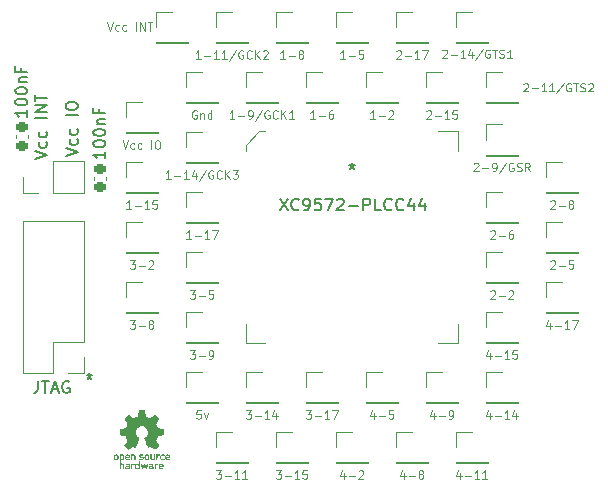
<source format=gto>
%TF.GenerationSoftware,KiCad,Pcbnew,(6.0.0)*%
%TF.CreationDate,2022-03-13T18:43:21-04:00*%
%TF.ProjectId,Xc9572 breakout,58633935-3732-4206-9272-65616b6f7574,rev?*%
%TF.SameCoordinates,Original*%
%TF.FileFunction,Legend,Top*%
%TF.FilePolarity,Positive*%
%FSLAX46Y46*%
G04 Gerber Fmt 4.6, Leading zero omitted, Abs format (unit mm)*
G04 Created by KiCad (PCBNEW (6.0.0)) date 2022-03-13 18:43:21*
%MOMM*%
%LPD*%
G01*
G04 APERTURE LIST*
G04 Aperture macros list*
%AMRoundRect*
0 Rectangle with rounded corners*
0 $1 Rounding radius*
0 $2 $3 $4 $5 $6 $7 $8 $9 X,Y pos of 4 corners*
0 Add a 4 corners polygon primitive as box body*
4,1,4,$2,$3,$4,$5,$6,$7,$8,$9,$2,$3,0*
0 Add four circle primitives for the rounded corners*
1,1,$1+$1,$2,$3*
1,1,$1+$1,$4,$5*
1,1,$1+$1,$6,$7*
1,1,$1+$1,$8,$9*
0 Add four rect primitives between the rounded corners*
20,1,$1+$1,$2,$3,$4,$5,0*
20,1,$1+$1,$4,$5,$6,$7,0*
20,1,$1+$1,$6,$7,$8,$9,0*
20,1,$1+$1,$8,$9,$2,$3,0*%
G04 Aperture macros list end*
%ADD10C,0.150000*%
%ADD11C,0.100000*%
%ADD12C,0.120000*%
%ADD13R,1.700000X1.700000*%
%ADD14C,3.200000*%
%ADD15O,1.700000X1.700000*%
%ADD16RoundRect,0.225000X-0.250000X0.225000X-0.250000X-0.225000X0.250000X-0.225000X0.250000X0.225000X0*%
%ADD17R,0.700000X1.925000*%
%ADD18R,1.925000X0.700000*%
G04 APERTURE END LIST*
D10*
X95159580Y-51533133D02*
X96159580Y-51199800D01*
X95159580Y-50866466D01*
X96111961Y-50104561D02*
X96159580Y-50199800D01*
X96159580Y-50390276D01*
X96111961Y-50485514D01*
X96064342Y-50533133D01*
X95969104Y-50580752D01*
X95683390Y-50580752D01*
X95588152Y-50533133D01*
X95540533Y-50485514D01*
X95492914Y-50390276D01*
X95492914Y-50199800D01*
X95540533Y-50104561D01*
X96111961Y-49247419D02*
X96159580Y-49342657D01*
X96159580Y-49533133D01*
X96111961Y-49628371D01*
X96064342Y-49675990D01*
X95969104Y-49723609D01*
X95683390Y-49723609D01*
X95588152Y-49675990D01*
X95540533Y-49628371D01*
X95492914Y-49533133D01*
X95492914Y-49342657D01*
X95540533Y-49247419D01*
X96159580Y-48056942D02*
X95159580Y-48056942D01*
X95159580Y-47390276D02*
X95159580Y-47199800D01*
X95207200Y-47104561D01*
X95302438Y-47009323D01*
X95492914Y-46961704D01*
X95826247Y-46961704D01*
X96016723Y-47009323D01*
X96111961Y-47104561D01*
X96159580Y-47199800D01*
X96159580Y-47390276D01*
X96111961Y-47485514D01*
X96016723Y-47580752D01*
X95826247Y-47628371D01*
X95492914Y-47628371D01*
X95302438Y-47580752D01*
X95207200Y-47485514D01*
X95159580Y-47390276D01*
X119380000Y-52157380D02*
X119380000Y-52395476D01*
X119141904Y-52300238D02*
X119380000Y-52395476D01*
X119618095Y-52300238D01*
X119237142Y-52585952D02*
X119380000Y-52395476D01*
X119522857Y-52585952D01*
X92543380Y-51761685D02*
X93543380Y-51428352D01*
X92543380Y-51095019D01*
X93495761Y-50333114D02*
X93543380Y-50428352D01*
X93543380Y-50618828D01*
X93495761Y-50714066D01*
X93448142Y-50761685D01*
X93352904Y-50809304D01*
X93067190Y-50809304D01*
X92971952Y-50761685D01*
X92924333Y-50714066D01*
X92876714Y-50618828D01*
X92876714Y-50428352D01*
X92924333Y-50333114D01*
X93495761Y-49475971D02*
X93543380Y-49571209D01*
X93543380Y-49761685D01*
X93495761Y-49856923D01*
X93448142Y-49904542D01*
X93352904Y-49952161D01*
X93067190Y-49952161D01*
X92971952Y-49904542D01*
X92924333Y-49856923D01*
X92876714Y-49761685D01*
X92876714Y-49571209D01*
X92924333Y-49475971D01*
X93543380Y-48285495D02*
X92543380Y-48285495D01*
X93543380Y-47809304D02*
X92543380Y-47809304D01*
X93543380Y-47237876D01*
X92543380Y-47237876D01*
X92543380Y-46904542D02*
X92543380Y-46333114D01*
X93543380Y-46618828D02*
X92543380Y-46618828D01*
X97155000Y-69937380D02*
X97155000Y-70175476D01*
X96916904Y-70080238D02*
X97155000Y-70175476D01*
X97393095Y-70080238D01*
X97012142Y-70365952D02*
X97155000Y-70175476D01*
X97297857Y-70365952D01*
X92813333Y-70572380D02*
X92813333Y-71286666D01*
X92765714Y-71429523D01*
X92670476Y-71524761D01*
X92527619Y-71572380D01*
X92432380Y-71572380D01*
X93146666Y-70572380D02*
X93718095Y-70572380D01*
X93432380Y-71572380D02*
X93432380Y-70572380D01*
X94003809Y-71286666D02*
X94480000Y-71286666D01*
X93908571Y-71572380D02*
X94241904Y-70572380D01*
X94575238Y-71572380D01*
X95432380Y-70620000D02*
X95337142Y-70572380D01*
X95194285Y-70572380D01*
X95051428Y-70620000D01*
X94956190Y-70715238D01*
X94908571Y-70810476D01*
X94860952Y-71000952D01*
X94860952Y-71143809D01*
X94908571Y-71334285D01*
X94956190Y-71429523D01*
X95051428Y-71524761D01*
X95194285Y-71572380D01*
X95289523Y-71572380D01*
X95432380Y-71524761D01*
X95480000Y-71477142D01*
X95480000Y-71143809D01*
X95289523Y-71143809D01*
D11*
%TO.C,J22*%
X133905200Y-45428733D02*
X133938533Y-45395400D01*
X134005200Y-45362066D01*
X134171866Y-45362066D01*
X134238533Y-45395400D01*
X134271866Y-45428733D01*
X134305200Y-45495400D01*
X134305200Y-45562066D01*
X134271866Y-45662066D01*
X133871866Y-46062066D01*
X134305200Y-46062066D01*
X134605200Y-45795400D02*
X135138533Y-45795400D01*
X135838533Y-46062066D02*
X135438533Y-46062066D01*
X135638533Y-46062066D02*
X135638533Y-45362066D01*
X135571866Y-45462066D01*
X135505200Y-45528733D01*
X135438533Y-45562066D01*
X136505200Y-46062066D02*
X136105200Y-46062066D01*
X136305200Y-46062066D02*
X136305200Y-45362066D01*
X136238533Y-45462066D01*
X136171866Y-45528733D01*
X136105200Y-45562066D01*
X137305200Y-45328733D02*
X136705200Y-46228733D01*
X137905200Y-45395400D02*
X137838533Y-45362066D01*
X137738533Y-45362066D01*
X137638533Y-45395400D01*
X137571866Y-45462066D01*
X137538533Y-45528733D01*
X137505200Y-45662066D01*
X137505200Y-45762066D01*
X137538533Y-45895400D01*
X137571866Y-45962066D01*
X137638533Y-46028733D01*
X137738533Y-46062066D01*
X137805200Y-46062066D01*
X137905200Y-46028733D01*
X137938533Y-45995400D01*
X137938533Y-45762066D01*
X137805200Y-45762066D01*
X138138533Y-45362066D02*
X138538533Y-45362066D01*
X138338533Y-46062066D02*
X138338533Y-45362066D01*
X138738533Y-46028733D02*
X138838533Y-46062066D01*
X139005200Y-46062066D01*
X139071866Y-46028733D01*
X139105200Y-45995400D01*
X139138533Y-45928733D01*
X139138533Y-45862066D01*
X139105200Y-45795400D01*
X139071866Y-45762066D01*
X139005200Y-45728733D01*
X138871866Y-45695400D01*
X138805200Y-45662066D01*
X138771866Y-45628733D01*
X138738533Y-45562066D01*
X138738533Y-45495400D01*
X138771866Y-45428733D01*
X138805200Y-45395400D01*
X138871866Y-45362066D01*
X139038533Y-45362066D01*
X139138533Y-45395400D01*
X139405200Y-45428733D02*
X139438533Y-45395400D01*
X139505200Y-45362066D01*
X139671866Y-45362066D01*
X139738533Y-45395400D01*
X139771866Y-45428733D01*
X139805200Y-45495400D01*
X139805200Y-45562066D01*
X139771866Y-45662066D01*
X139371866Y-46062066D01*
X139805200Y-46062066D01*
%TO.C,J12*%
X109443333Y-48366666D02*
X109043333Y-48366666D01*
X109243333Y-48366666D02*
X109243333Y-47666666D01*
X109176666Y-47766666D01*
X109110000Y-47833333D01*
X109043333Y-47866666D01*
X109743333Y-48100000D02*
X110276666Y-48100000D01*
X110643333Y-48366666D02*
X110776666Y-48366666D01*
X110843333Y-48333333D01*
X110876666Y-48300000D01*
X110943333Y-48200000D01*
X110976666Y-48066666D01*
X110976666Y-47800000D01*
X110943333Y-47733333D01*
X110910000Y-47700000D01*
X110843333Y-47666666D01*
X110710000Y-47666666D01*
X110643333Y-47700000D01*
X110610000Y-47733333D01*
X110576666Y-47800000D01*
X110576666Y-47966666D01*
X110610000Y-48033333D01*
X110643333Y-48066666D01*
X110710000Y-48100000D01*
X110843333Y-48100000D01*
X110910000Y-48066666D01*
X110943333Y-48033333D01*
X110976666Y-47966666D01*
X111776666Y-47633333D02*
X111176666Y-48533333D01*
X112376666Y-47700000D02*
X112310000Y-47666666D01*
X112210000Y-47666666D01*
X112110000Y-47700000D01*
X112043333Y-47766666D01*
X112010000Y-47833333D01*
X111976666Y-47966666D01*
X111976666Y-48066666D01*
X112010000Y-48200000D01*
X112043333Y-48266666D01*
X112110000Y-48333333D01*
X112210000Y-48366666D01*
X112276666Y-48366666D01*
X112376666Y-48333333D01*
X112410000Y-48300000D01*
X112410000Y-48066666D01*
X112276666Y-48066666D01*
X113110000Y-48300000D02*
X113076666Y-48333333D01*
X112976666Y-48366666D01*
X112910000Y-48366666D01*
X112810000Y-48333333D01*
X112743333Y-48266666D01*
X112710000Y-48200000D01*
X112676666Y-48066666D01*
X112676666Y-47966666D01*
X112710000Y-47833333D01*
X112743333Y-47766666D01*
X112810000Y-47700000D01*
X112910000Y-47666666D01*
X112976666Y-47666666D01*
X113076666Y-47700000D01*
X113110000Y-47733333D01*
X113410000Y-48366666D02*
X113410000Y-47666666D01*
X113810000Y-48366666D02*
X113510000Y-47966666D01*
X113810000Y-47666666D02*
X113410000Y-48066666D01*
X114476666Y-48366666D02*
X114076666Y-48366666D01*
X114276666Y-48366666D02*
X114276666Y-47666666D01*
X114210000Y-47766666D01*
X114143333Y-47833333D01*
X114076666Y-47866666D01*
%TO.C,J16*%
X105780000Y-58526666D02*
X105380000Y-58526666D01*
X105580000Y-58526666D02*
X105580000Y-57826666D01*
X105513333Y-57926666D01*
X105446666Y-57993333D01*
X105380000Y-58026666D01*
X106080000Y-58260000D02*
X106613333Y-58260000D01*
X107313333Y-58526666D02*
X106913333Y-58526666D01*
X107113333Y-58526666D02*
X107113333Y-57826666D01*
X107046666Y-57926666D01*
X106980000Y-57993333D01*
X106913333Y-58026666D01*
X107546666Y-57826666D02*
X108013333Y-57826666D01*
X107713333Y-58526666D01*
%TO.C,J8*%
X121353333Y-48366666D02*
X120953333Y-48366666D01*
X121153333Y-48366666D02*
X121153333Y-47666666D01*
X121086666Y-47766666D01*
X121020000Y-47833333D01*
X120953333Y-47866666D01*
X121653333Y-48100000D02*
X122186666Y-48100000D01*
X122486666Y-47733333D02*
X122520000Y-47700000D01*
X122586666Y-47666666D01*
X122753333Y-47666666D01*
X122820000Y-47700000D01*
X122853333Y-47733333D01*
X122886666Y-47800000D01*
X122886666Y-47866666D01*
X122853333Y-47966666D01*
X122453333Y-48366666D01*
X122886666Y-48366666D01*
%TO.C,J24*%
X125700000Y-47733333D02*
X125733333Y-47700000D01*
X125800000Y-47666666D01*
X125966666Y-47666666D01*
X126033333Y-47700000D01*
X126066666Y-47733333D01*
X126100000Y-47800000D01*
X126100000Y-47866666D01*
X126066666Y-47966666D01*
X125666666Y-48366666D01*
X126100000Y-48366666D01*
X126400000Y-48100000D02*
X126933333Y-48100000D01*
X127633333Y-48366666D02*
X127233333Y-48366666D01*
X127433333Y-48366666D02*
X127433333Y-47666666D01*
X127366666Y-47766666D01*
X127300000Y-47833333D01*
X127233333Y-47866666D01*
X128266666Y-47666666D02*
X127933333Y-47666666D01*
X127900000Y-48000000D01*
X127933333Y-47966666D01*
X128000000Y-47933333D01*
X128166666Y-47933333D01*
X128233333Y-47966666D01*
X128266666Y-48000000D01*
X128300000Y-48066666D01*
X128300000Y-48233333D01*
X128266666Y-48300000D01*
X128233333Y-48333333D01*
X128166666Y-48366666D01*
X128000000Y-48366666D01*
X127933333Y-48333333D01*
X127900000Y-48300000D01*
%TO.C,J30*%
X107886666Y-78146666D02*
X108320000Y-78146666D01*
X108086666Y-78413333D01*
X108186666Y-78413333D01*
X108253333Y-78446666D01*
X108286666Y-78480000D01*
X108320000Y-78546666D01*
X108320000Y-78713333D01*
X108286666Y-78780000D01*
X108253333Y-78813333D01*
X108186666Y-78846666D01*
X107986666Y-78846666D01*
X107920000Y-78813333D01*
X107886666Y-78780000D01*
X108620000Y-78580000D02*
X109153333Y-78580000D01*
X109853333Y-78846666D02*
X109453333Y-78846666D01*
X109653333Y-78846666D02*
X109653333Y-78146666D01*
X109586666Y-78246666D01*
X109520000Y-78313333D01*
X109453333Y-78346666D01*
X110520000Y-78846666D02*
X110120000Y-78846666D01*
X110320000Y-78846666D02*
X110320000Y-78146666D01*
X110253333Y-78246666D01*
X110186666Y-78313333D01*
X110120000Y-78346666D01*
%TO.C,J27*%
X105680000Y-62906666D02*
X106113333Y-62906666D01*
X105880000Y-63173333D01*
X105980000Y-63173333D01*
X106046666Y-63206666D01*
X106080000Y-63240000D01*
X106113333Y-63306666D01*
X106113333Y-63473333D01*
X106080000Y-63540000D01*
X106046666Y-63573333D01*
X105980000Y-63606666D01*
X105780000Y-63606666D01*
X105713333Y-63573333D01*
X105680000Y-63540000D01*
X106413333Y-63340000D02*
X106946666Y-63340000D01*
X107613333Y-62906666D02*
X107280000Y-62906666D01*
X107246666Y-63240000D01*
X107280000Y-63206666D01*
X107346666Y-63173333D01*
X107513333Y-63173333D01*
X107580000Y-63206666D01*
X107613333Y-63240000D01*
X107646666Y-63306666D01*
X107646666Y-63473333D01*
X107613333Y-63540000D01*
X107580000Y-63573333D01*
X107513333Y-63606666D01*
X107346666Y-63606666D01*
X107280000Y-63573333D01*
X107246666Y-63540000D01*
%TO.C,J9*%
X118813333Y-43286666D02*
X118413333Y-43286666D01*
X118613333Y-43286666D02*
X118613333Y-42586666D01*
X118546666Y-42686666D01*
X118480000Y-42753333D01*
X118413333Y-42786666D01*
X119113333Y-43020000D02*
X119646666Y-43020000D01*
X120313333Y-42586666D02*
X119980000Y-42586666D01*
X119946666Y-42920000D01*
X119980000Y-42886666D01*
X120046666Y-42853333D01*
X120213333Y-42853333D01*
X120280000Y-42886666D01*
X120313333Y-42920000D01*
X120346666Y-42986666D01*
X120346666Y-43153333D01*
X120313333Y-43220000D01*
X120280000Y-43253333D01*
X120213333Y-43286666D01*
X120046666Y-43286666D01*
X119980000Y-43253333D01*
X119946666Y-43220000D01*
%TO.C,J21*%
X129713333Y-52178333D02*
X129746666Y-52145000D01*
X129813333Y-52111666D01*
X129980000Y-52111666D01*
X130046666Y-52145000D01*
X130080000Y-52178333D01*
X130113333Y-52245000D01*
X130113333Y-52311666D01*
X130080000Y-52411666D01*
X129680000Y-52811666D01*
X130113333Y-52811666D01*
X130413333Y-52545000D02*
X130946666Y-52545000D01*
X131313333Y-52811666D02*
X131446666Y-52811666D01*
X131513333Y-52778333D01*
X131546666Y-52745000D01*
X131613333Y-52645000D01*
X131646666Y-52511666D01*
X131646666Y-52245000D01*
X131613333Y-52178333D01*
X131580000Y-52145000D01*
X131513333Y-52111666D01*
X131380000Y-52111666D01*
X131313333Y-52145000D01*
X131280000Y-52178333D01*
X131246666Y-52245000D01*
X131246666Y-52411666D01*
X131280000Y-52478333D01*
X131313333Y-52511666D01*
X131380000Y-52545000D01*
X131513333Y-52545000D01*
X131580000Y-52511666D01*
X131613333Y-52478333D01*
X131646666Y-52411666D01*
X132446666Y-52078333D02*
X131846666Y-52978333D01*
X133046666Y-52145000D02*
X132980000Y-52111666D01*
X132880000Y-52111666D01*
X132780000Y-52145000D01*
X132713333Y-52211666D01*
X132680000Y-52278333D01*
X132646666Y-52411666D01*
X132646666Y-52511666D01*
X132680000Y-52645000D01*
X132713333Y-52711666D01*
X132780000Y-52778333D01*
X132880000Y-52811666D01*
X132946666Y-52811666D01*
X133046666Y-52778333D01*
X133080000Y-52745000D01*
X133080000Y-52511666D01*
X132946666Y-52511666D01*
X133346666Y-52778333D02*
X133446666Y-52811666D01*
X133613333Y-52811666D01*
X133680000Y-52778333D01*
X133713333Y-52745000D01*
X133746666Y-52678333D01*
X133746666Y-52611666D01*
X133713333Y-52545000D01*
X133680000Y-52511666D01*
X133613333Y-52478333D01*
X133480000Y-52445000D01*
X133413333Y-52411666D01*
X133380000Y-52378333D01*
X133346666Y-52311666D01*
X133346666Y-52245000D01*
X133380000Y-52178333D01*
X133413333Y-52145000D01*
X133480000Y-52111666D01*
X133646666Y-52111666D01*
X133746666Y-52145000D01*
X134446666Y-52811666D02*
X134213333Y-52478333D01*
X134046666Y-52811666D02*
X134046666Y-52111666D01*
X134313333Y-52111666D01*
X134380000Y-52145000D01*
X134413333Y-52178333D01*
X134446666Y-52245000D01*
X134446666Y-52345000D01*
X134413333Y-52411666D01*
X134380000Y-52445000D01*
X134313333Y-52478333D01*
X134046666Y-52478333D01*
%TO.C,J10*%
X116273333Y-48366666D02*
X115873333Y-48366666D01*
X116073333Y-48366666D02*
X116073333Y-47666666D01*
X116006666Y-47766666D01*
X115940000Y-47833333D01*
X115873333Y-47866666D01*
X116573333Y-48100000D02*
X117106666Y-48100000D01*
X117740000Y-47666666D02*
X117606666Y-47666666D01*
X117540000Y-47700000D01*
X117506666Y-47733333D01*
X117440000Y-47833333D01*
X117406666Y-47966666D01*
X117406666Y-48233333D01*
X117440000Y-48300000D01*
X117473333Y-48333333D01*
X117540000Y-48366666D01*
X117673333Y-48366666D01*
X117740000Y-48333333D01*
X117773333Y-48300000D01*
X117806666Y-48233333D01*
X117806666Y-48066666D01*
X117773333Y-48000000D01*
X117740000Y-47966666D01*
X117673333Y-47933333D01*
X117540000Y-47933333D01*
X117473333Y-47966666D01*
X117440000Y-48000000D01*
X117406666Y-48066666D01*
%TO.C,J35*%
X121286666Y-73300000D02*
X121286666Y-73766666D01*
X121120000Y-73033333D02*
X120953333Y-73533333D01*
X121386666Y-73533333D01*
X121653333Y-73500000D02*
X122186666Y-73500000D01*
X122853333Y-73066666D02*
X122520000Y-73066666D01*
X122486666Y-73400000D01*
X122520000Y-73366666D01*
X122586666Y-73333333D01*
X122753333Y-73333333D01*
X122820000Y-73366666D01*
X122853333Y-73400000D01*
X122886666Y-73466666D01*
X122886666Y-73633333D01*
X122853333Y-73700000D01*
X122820000Y-73733333D01*
X122753333Y-73766666D01*
X122586666Y-73766666D01*
X122520000Y-73733333D01*
X122486666Y-73700000D01*
D10*
%TO.C,C2*%
X91892380Y-47623219D02*
X91892380Y-48194647D01*
X91892380Y-47908933D02*
X90892380Y-47908933D01*
X91035238Y-48004171D01*
X91130476Y-48099409D01*
X91178095Y-48194647D01*
X90892380Y-47004171D02*
X90892380Y-46908933D01*
X90940000Y-46813695D01*
X90987619Y-46766076D01*
X91082857Y-46718457D01*
X91273333Y-46670838D01*
X91511428Y-46670838D01*
X91701904Y-46718457D01*
X91797142Y-46766076D01*
X91844761Y-46813695D01*
X91892380Y-46908933D01*
X91892380Y-47004171D01*
X91844761Y-47099409D01*
X91797142Y-47147028D01*
X91701904Y-47194647D01*
X91511428Y-47242266D01*
X91273333Y-47242266D01*
X91082857Y-47194647D01*
X90987619Y-47147028D01*
X90940000Y-47099409D01*
X90892380Y-47004171D01*
X90892380Y-46051790D02*
X90892380Y-45956552D01*
X90940000Y-45861314D01*
X90987619Y-45813695D01*
X91082857Y-45766076D01*
X91273333Y-45718457D01*
X91511428Y-45718457D01*
X91701904Y-45766076D01*
X91797142Y-45813695D01*
X91844761Y-45861314D01*
X91892380Y-45956552D01*
X91892380Y-46051790D01*
X91844761Y-46147028D01*
X91797142Y-46194647D01*
X91701904Y-46242266D01*
X91511428Y-46289885D01*
X91273333Y-46289885D01*
X91082857Y-46242266D01*
X90987619Y-46194647D01*
X90940000Y-46147028D01*
X90892380Y-46051790D01*
X91225714Y-45289885D02*
X91892380Y-45289885D01*
X91320952Y-45289885D02*
X91273333Y-45242266D01*
X91225714Y-45147028D01*
X91225714Y-45004171D01*
X91273333Y-44908933D01*
X91368571Y-44861314D01*
X91892380Y-44861314D01*
X91368571Y-44051790D02*
X91368571Y-44385123D01*
X91892380Y-44385123D02*
X90892380Y-44385123D01*
X90892380Y-43908933D01*
D11*
%TO.C,J7*%
X106230000Y-47700000D02*
X106163333Y-47666666D01*
X106063333Y-47666666D01*
X105963333Y-47700000D01*
X105896666Y-47766666D01*
X105863333Y-47833333D01*
X105830000Y-47966666D01*
X105830000Y-48066666D01*
X105863333Y-48200000D01*
X105896666Y-48266666D01*
X105963333Y-48333333D01*
X106063333Y-48366666D01*
X106130000Y-48366666D01*
X106230000Y-48333333D01*
X106263333Y-48300000D01*
X106263333Y-48066666D01*
X106130000Y-48066666D01*
X106563333Y-47900000D02*
X106563333Y-48366666D01*
X106563333Y-47966666D02*
X106596666Y-47933333D01*
X106663333Y-47900000D01*
X106763333Y-47900000D01*
X106830000Y-47933333D01*
X106863333Y-48000000D01*
X106863333Y-48366666D01*
X107496666Y-48366666D02*
X107496666Y-47666666D01*
X107496666Y-48333333D02*
X107430000Y-48366666D01*
X107296666Y-48366666D01*
X107230000Y-48333333D01*
X107196666Y-48300000D01*
X107163333Y-48233333D01*
X107163333Y-48033333D01*
X107196666Y-47966666D01*
X107230000Y-47933333D01*
X107296666Y-47900000D01*
X107430000Y-47900000D01*
X107496666Y-47933333D01*
%TO.C,J28*%
X100600000Y-65446666D02*
X101033333Y-65446666D01*
X100800000Y-65713333D01*
X100900000Y-65713333D01*
X100966666Y-65746666D01*
X101000000Y-65780000D01*
X101033333Y-65846666D01*
X101033333Y-66013333D01*
X101000000Y-66080000D01*
X100966666Y-66113333D01*
X100900000Y-66146666D01*
X100700000Y-66146666D01*
X100633333Y-66113333D01*
X100600000Y-66080000D01*
X101333333Y-65880000D02*
X101866666Y-65880000D01*
X102300000Y-65746666D02*
X102233333Y-65713333D01*
X102200000Y-65680000D01*
X102166666Y-65613333D01*
X102166666Y-65580000D01*
X102200000Y-65513333D01*
X102233333Y-65480000D01*
X102300000Y-65446666D01*
X102433333Y-65446666D01*
X102500000Y-65480000D01*
X102533333Y-65513333D01*
X102566666Y-65580000D01*
X102566666Y-65613333D01*
X102533333Y-65680000D01*
X102500000Y-65713333D01*
X102433333Y-65746666D01*
X102300000Y-65746666D01*
X102233333Y-65780000D01*
X102200000Y-65813333D01*
X102166666Y-65880000D01*
X102166666Y-66013333D01*
X102200000Y-66080000D01*
X102233333Y-66113333D01*
X102300000Y-66146666D01*
X102433333Y-66146666D01*
X102500000Y-66113333D01*
X102533333Y-66080000D01*
X102566666Y-66013333D01*
X102566666Y-65880000D01*
X102533333Y-65813333D01*
X102500000Y-65780000D01*
X102433333Y-65746666D01*
%TO.C,J5*%
X106580000Y-73066666D02*
X106246666Y-73066666D01*
X106213333Y-73400000D01*
X106246666Y-73366666D01*
X106313333Y-73333333D01*
X106480000Y-73333333D01*
X106546666Y-73366666D01*
X106580000Y-73400000D01*
X106613333Y-73466666D01*
X106613333Y-73633333D01*
X106580000Y-73700000D01*
X106546666Y-73733333D01*
X106480000Y-73766666D01*
X106313333Y-73766666D01*
X106246666Y-73733333D01*
X106213333Y-73700000D01*
X106846666Y-73300000D02*
X107013333Y-73766666D01*
X107180000Y-73300000D01*
%TO.C,J32*%
X112966666Y-78146666D02*
X113400000Y-78146666D01*
X113166666Y-78413333D01*
X113266666Y-78413333D01*
X113333333Y-78446666D01*
X113366666Y-78480000D01*
X113400000Y-78546666D01*
X113400000Y-78713333D01*
X113366666Y-78780000D01*
X113333333Y-78813333D01*
X113266666Y-78846666D01*
X113066666Y-78846666D01*
X113000000Y-78813333D01*
X112966666Y-78780000D01*
X113700000Y-78580000D02*
X114233333Y-78580000D01*
X114933333Y-78846666D02*
X114533333Y-78846666D01*
X114733333Y-78846666D02*
X114733333Y-78146666D01*
X114666666Y-78246666D01*
X114600000Y-78313333D01*
X114533333Y-78346666D01*
X115566666Y-78146666D02*
X115233333Y-78146666D01*
X115200000Y-78480000D01*
X115233333Y-78446666D01*
X115300000Y-78413333D01*
X115466666Y-78413333D01*
X115533333Y-78446666D01*
X115566666Y-78480000D01*
X115600000Y-78546666D01*
X115600000Y-78713333D01*
X115566666Y-78780000D01*
X115533333Y-78813333D01*
X115466666Y-78846666D01*
X115300000Y-78846666D01*
X115233333Y-78813333D01*
X115200000Y-78780000D01*
%TO.C,J40*%
X131113333Y-68220000D02*
X131113333Y-68686666D01*
X130946666Y-67953333D02*
X130780000Y-68453333D01*
X131213333Y-68453333D01*
X131480000Y-68420000D02*
X132013333Y-68420000D01*
X132713333Y-68686666D02*
X132313333Y-68686666D01*
X132513333Y-68686666D02*
X132513333Y-67986666D01*
X132446666Y-68086666D01*
X132380000Y-68153333D01*
X132313333Y-68186666D01*
X133346666Y-67986666D02*
X133013333Y-67986666D01*
X132980000Y-68320000D01*
X133013333Y-68286666D01*
X133080000Y-68253333D01*
X133246666Y-68253333D01*
X133313333Y-68286666D01*
X133346666Y-68320000D01*
X133380000Y-68386666D01*
X133380000Y-68553333D01*
X133346666Y-68620000D01*
X133313333Y-68653333D01*
X133246666Y-68686666D01*
X133080000Y-68686666D01*
X133013333Y-68653333D01*
X132980000Y-68620000D01*
%TO.C,J20*%
X136193333Y-55353333D02*
X136226666Y-55320000D01*
X136293333Y-55286666D01*
X136460000Y-55286666D01*
X136526666Y-55320000D01*
X136560000Y-55353333D01*
X136593333Y-55420000D01*
X136593333Y-55486666D01*
X136560000Y-55586666D01*
X136160000Y-55986666D01*
X136593333Y-55986666D01*
X136893333Y-55720000D02*
X137426666Y-55720000D01*
X137860000Y-55586666D02*
X137793333Y-55553333D01*
X137760000Y-55520000D01*
X137726666Y-55453333D01*
X137726666Y-55420000D01*
X137760000Y-55353333D01*
X137793333Y-55320000D01*
X137860000Y-55286666D01*
X137993333Y-55286666D01*
X138060000Y-55320000D01*
X138093333Y-55353333D01*
X138126666Y-55420000D01*
X138126666Y-55453333D01*
X138093333Y-55520000D01*
X138060000Y-55553333D01*
X137993333Y-55586666D01*
X137860000Y-55586666D01*
X137793333Y-55620000D01*
X137760000Y-55653333D01*
X137726666Y-55720000D01*
X137726666Y-55853333D01*
X137760000Y-55920000D01*
X137793333Y-55953333D01*
X137860000Y-55986666D01*
X137993333Y-55986666D01*
X138060000Y-55953333D01*
X138093333Y-55920000D01*
X138126666Y-55853333D01*
X138126666Y-55720000D01*
X138093333Y-55653333D01*
X138060000Y-55620000D01*
X137993333Y-55586666D01*
%TO.C,J33*%
X115506666Y-73066666D02*
X115940000Y-73066666D01*
X115706666Y-73333333D01*
X115806666Y-73333333D01*
X115873333Y-73366666D01*
X115906666Y-73400000D01*
X115940000Y-73466666D01*
X115940000Y-73633333D01*
X115906666Y-73700000D01*
X115873333Y-73733333D01*
X115806666Y-73766666D01*
X115606666Y-73766666D01*
X115540000Y-73733333D01*
X115506666Y-73700000D01*
X116240000Y-73500000D02*
X116773333Y-73500000D01*
X117473333Y-73766666D02*
X117073333Y-73766666D01*
X117273333Y-73766666D02*
X117273333Y-73066666D01*
X117206666Y-73166666D01*
X117140000Y-73233333D01*
X117073333Y-73266666D01*
X117706666Y-73066666D02*
X118173333Y-73066666D01*
X117873333Y-73766666D01*
%TO.C,J34*%
X118746666Y-78380000D02*
X118746666Y-78846666D01*
X118580000Y-78113333D02*
X118413333Y-78613333D01*
X118846666Y-78613333D01*
X119113333Y-78580000D02*
X119646666Y-78580000D01*
X119946666Y-78213333D02*
X119980000Y-78180000D01*
X120046666Y-78146666D01*
X120213333Y-78146666D01*
X120280000Y-78180000D01*
X120313333Y-78213333D01*
X120346666Y-78280000D01*
X120346666Y-78346666D01*
X120313333Y-78446666D01*
X119913333Y-78846666D01*
X120346666Y-78846666D01*
%TO.C,J14*%
X104030000Y-53446666D02*
X103630000Y-53446666D01*
X103830000Y-53446666D02*
X103830000Y-52746666D01*
X103763333Y-52846666D01*
X103696666Y-52913333D01*
X103630000Y-52946666D01*
X104330000Y-53180000D02*
X104863333Y-53180000D01*
X105563333Y-53446666D02*
X105163333Y-53446666D01*
X105363333Y-53446666D02*
X105363333Y-52746666D01*
X105296666Y-52846666D01*
X105230000Y-52913333D01*
X105163333Y-52946666D01*
X106163333Y-52980000D02*
X106163333Y-53446666D01*
X105996666Y-52713333D02*
X105830000Y-53213333D01*
X106263333Y-53213333D01*
X107030000Y-52713333D02*
X106430000Y-53613333D01*
X107630000Y-52780000D02*
X107563333Y-52746666D01*
X107463333Y-52746666D01*
X107363333Y-52780000D01*
X107296666Y-52846666D01*
X107263333Y-52913333D01*
X107230000Y-53046666D01*
X107230000Y-53146666D01*
X107263333Y-53280000D01*
X107296666Y-53346666D01*
X107363333Y-53413333D01*
X107463333Y-53446666D01*
X107530000Y-53446666D01*
X107630000Y-53413333D01*
X107663333Y-53380000D01*
X107663333Y-53146666D01*
X107530000Y-53146666D01*
X108363333Y-53380000D02*
X108330000Y-53413333D01*
X108230000Y-53446666D01*
X108163333Y-53446666D01*
X108063333Y-53413333D01*
X107996666Y-53346666D01*
X107963333Y-53280000D01*
X107930000Y-53146666D01*
X107930000Y-53046666D01*
X107963333Y-52913333D01*
X107996666Y-52846666D01*
X108063333Y-52780000D01*
X108163333Y-52746666D01*
X108230000Y-52746666D01*
X108330000Y-52780000D01*
X108363333Y-52813333D01*
X108663333Y-53446666D02*
X108663333Y-52746666D01*
X109063333Y-53446666D02*
X108763333Y-53046666D01*
X109063333Y-52746666D02*
X108663333Y-53146666D01*
X109296666Y-52746666D02*
X109730000Y-52746666D01*
X109496666Y-53013333D01*
X109596666Y-53013333D01*
X109663333Y-53046666D01*
X109696666Y-53080000D01*
X109730000Y-53146666D01*
X109730000Y-53313333D01*
X109696666Y-53380000D01*
X109663333Y-53413333D01*
X109596666Y-53446666D01*
X109396666Y-53446666D01*
X109330000Y-53413333D01*
X109296666Y-53380000D01*
%TO.C,J29*%
X105680000Y-67986666D02*
X106113333Y-67986666D01*
X105880000Y-68253333D01*
X105980000Y-68253333D01*
X106046666Y-68286666D01*
X106080000Y-68320000D01*
X106113333Y-68386666D01*
X106113333Y-68553333D01*
X106080000Y-68620000D01*
X106046666Y-68653333D01*
X105980000Y-68686666D01*
X105780000Y-68686666D01*
X105713333Y-68653333D01*
X105680000Y-68620000D01*
X106413333Y-68420000D02*
X106946666Y-68420000D01*
X107313333Y-68686666D02*
X107446666Y-68686666D01*
X107513333Y-68653333D01*
X107546666Y-68620000D01*
X107613333Y-68520000D01*
X107646666Y-68386666D01*
X107646666Y-68120000D01*
X107613333Y-68053333D01*
X107580000Y-68020000D01*
X107513333Y-67986666D01*
X107380000Y-67986666D01*
X107313333Y-68020000D01*
X107280000Y-68053333D01*
X107246666Y-68120000D01*
X107246666Y-68286666D01*
X107280000Y-68353333D01*
X107313333Y-68386666D01*
X107380000Y-68420000D01*
X107513333Y-68420000D01*
X107580000Y-68386666D01*
X107613333Y-68353333D01*
X107646666Y-68286666D01*
%TO.C,J3*%
X99966666Y-50206666D02*
X100200000Y-50906666D01*
X100433333Y-50206666D01*
X100966666Y-50873333D02*
X100900000Y-50906666D01*
X100766666Y-50906666D01*
X100700000Y-50873333D01*
X100666666Y-50840000D01*
X100633333Y-50773333D01*
X100633333Y-50573333D01*
X100666666Y-50506666D01*
X100700000Y-50473333D01*
X100766666Y-50440000D01*
X100900000Y-50440000D01*
X100966666Y-50473333D01*
X101566666Y-50873333D02*
X101500000Y-50906666D01*
X101366666Y-50906666D01*
X101300000Y-50873333D01*
X101266666Y-50840000D01*
X101233333Y-50773333D01*
X101233333Y-50573333D01*
X101266666Y-50506666D01*
X101300000Y-50473333D01*
X101366666Y-50440000D01*
X101500000Y-50440000D01*
X101566666Y-50473333D01*
X102400000Y-50906666D02*
X102400000Y-50206666D01*
X102866666Y-50206666D02*
X103000000Y-50206666D01*
X103066666Y-50240000D01*
X103133333Y-50306666D01*
X103166666Y-50440000D01*
X103166666Y-50673333D01*
X103133333Y-50806666D01*
X103066666Y-50873333D01*
X103000000Y-50906666D01*
X102866666Y-50906666D01*
X102800000Y-50873333D01*
X102733333Y-50806666D01*
X102700000Y-50673333D01*
X102700000Y-50440000D01*
X102733333Y-50306666D01*
X102800000Y-50240000D01*
X102866666Y-50206666D01*
%TO.C,J11*%
X113733333Y-43286666D02*
X113333333Y-43286666D01*
X113533333Y-43286666D02*
X113533333Y-42586666D01*
X113466666Y-42686666D01*
X113400000Y-42753333D01*
X113333333Y-42786666D01*
X114033333Y-43020000D02*
X114566666Y-43020000D01*
X115000000Y-42886666D02*
X114933333Y-42853333D01*
X114900000Y-42820000D01*
X114866666Y-42753333D01*
X114866666Y-42720000D01*
X114900000Y-42653333D01*
X114933333Y-42620000D01*
X115000000Y-42586666D01*
X115133333Y-42586666D01*
X115200000Y-42620000D01*
X115233333Y-42653333D01*
X115266666Y-42720000D01*
X115266666Y-42753333D01*
X115233333Y-42820000D01*
X115200000Y-42853333D01*
X115133333Y-42886666D01*
X115000000Y-42886666D01*
X114933333Y-42920000D01*
X114900000Y-42953333D01*
X114866666Y-43020000D01*
X114866666Y-43153333D01*
X114900000Y-43220000D01*
X114933333Y-43253333D01*
X115000000Y-43286666D01*
X115133333Y-43286666D01*
X115200000Y-43253333D01*
X115233333Y-43220000D01*
X115266666Y-43153333D01*
X115266666Y-43020000D01*
X115233333Y-42953333D01*
X115200000Y-42920000D01*
X115133333Y-42886666D01*
%TO.C,J36*%
X123826666Y-78380000D02*
X123826666Y-78846666D01*
X123660000Y-78113333D02*
X123493333Y-78613333D01*
X123926666Y-78613333D01*
X124193333Y-78580000D02*
X124726666Y-78580000D01*
X125160000Y-78446666D02*
X125093333Y-78413333D01*
X125060000Y-78380000D01*
X125026666Y-78313333D01*
X125026666Y-78280000D01*
X125060000Y-78213333D01*
X125093333Y-78180000D01*
X125160000Y-78146666D01*
X125293333Y-78146666D01*
X125360000Y-78180000D01*
X125393333Y-78213333D01*
X125426666Y-78280000D01*
X125426666Y-78313333D01*
X125393333Y-78380000D01*
X125360000Y-78413333D01*
X125293333Y-78446666D01*
X125160000Y-78446666D01*
X125093333Y-78480000D01*
X125060000Y-78513333D01*
X125026666Y-78580000D01*
X125026666Y-78713333D01*
X125060000Y-78780000D01*
X125093333Y-78813333D01*
X125160000Y-78846666D01*
X125293333Y-78846666D01*
X125360000Y-78813333D01*
X125393333Y-78780000D01*
X125426666Y-78713333D01*
X125426666Y-78580000D01*
X125393333Y-78513333D01*
X125360000Y-78480000D01*
X125293333Y-78446666D01*
D10*
%TO.C,C1*%
X98496380Y-51153819D02*
X98496380Y-51725247D01*
X98496380Y-51439533D02*
X97496380Y-51439533D01*
X97639238Y-51534771D01*
X97734476Y-51630009D01*
X97782095Y-51725247D01*
X97496380Y-50534771D02*
X97496380Y-50439533D01*
X97544000Y-50344295D01*
X97591619Y-50296676D01*
X97686857Y-50249057D01*
X97877333Y-50201438D01*
X98115428Y-50201438D01*
X98305904Y-50249057D01*
X98401142Y-50296676D01*
X98448761Y-50344295D01*
X98496380Y-50439533D01*
X98496380Y-50534771D01*
X98448761Y-50630009D01*
X98401142Y-50677628D01*
X98305904Y-50725247D01*
X98115428Y-50772866D01*
X97877333Y-50772866D01*
X97686857Y-50725247D01*
X97591619Y-50677628D01*
X97544000Y-50630009D01*
X97496380Y-50534771D01*
X97496380Y-49582390D02*
X97496380Y-49487152D01*
X97544000Y-49391914D01*
X97591619Y-49344295D01*
X97686857Y-49296676D01*
X97877333Y-49249057D01*
X98115428Y-49249057D01*
X98305904Y-49296676D01*
X98401142Y-49344295D01*
X98448761Y-49391914D01*
X98496380Y-49487152D01*
X98496380Y-49582390D01*
X98448761Y-49677628D01*
X98401142Y-49725247D01*
X98305904Y-49772866D01*
X98115428Y-49820485D01*
X97877333Y-49820485D01*
X97686857Y-49772866D01*
X97591619Y-49725247D01*
X97544000Y-49677628D01*
X97496380Y-49582390D01*
X97829714Y-48820485D02*
X98496380Y-48820485D01*
X97924952Y-48820485D02*
X97877333Y-48772866D01*
X97829714Y-48677628D01*
X97829714Y-48534771D01*
X97877333Y-48439533D01*
X97972571Y-48391914D01*
X98496380Y-48391914D01*
X97972571Y-47582390D02*
X97972571Y-47915723D01*
X98496380Y-47915723D02*
X97496380Y-47915723D01*
X97496380Y-47439533D01*
D11*
%TO.C,J41*%
X136193333Y-65680000D02*
X136193333Y-66146666D01*
X136026666Y-65413333D02*
X135860000Y-65913333D01*
X136293333Y-65913333D01*
X136560000Y-65880000D02*
X137093333Y-65880000D01*
X137793333Y-66146666D02*
X137393333Y-66146666D01*
X137593333Y-66146666D02*
X137593333Y-65446666D01*
X137526666Y-65546666D01*
X137460000Y-65613333D01*
X137393333Y-65646666D01*
X138026666Y-65446666D02*
X138493333Y-65446666D01*
X138193333Y-66146666D01*
%TO.C,J19*%
X131113333Y-57893333D02*
X131146666Y-57860000D01*
X131213333Y-57826666D01*
X131380000Y-57826666D01*
X131446666Y-57860000D01*
X131480000Y-57893333D01*
X131513333Y-57960000D01*
X131513333Y-58026666D01*
X131480000Y-58126666D01*
X131080000Y-58526666D01*
X131513333Y-58526666D01*
X131813333Y-58260000D02*
X132346666Y-58260000D01*
X132980000Y-57826666D02*
X132846666Y-57826666D01*
X132780000Y-57860000D01*
X132746666Y-57893333D01*
X132680000Y-57993333D01*
X132646666Y-58126666D01*
X132646666Y-58393333D01*
X132680000Y-58460000D01*
X132713333Y-58493333D01*
X132780000Y-58526666D01*
X132913333Y-58526666D01*
X132980000Y-58493333D01*
X133013333Y-58460000D01*
X133046666Y-58393333D01*
X133046666Y-58226666D01*
X133013333Y-58160000D01*
X132980000Y-58126666D01*
X132913333Y-58093333D01*
X132780000Y-58093333D01*
X132713333Y-58126666D01*
X132680000Y-58160000D01*
X132646666Y-58226666D01*
%TO.C,J2*%
X98684000Y-40205866D02*
X98917333Y-40905866D01*
X99150666Y-40205866D01*
X99684000Y-40872533D02*
X99617333Y-40905866D01*
X99484000Y-40905866D01*
X99417333Y-40872533D01*
X99384000Y-40839200D01*
X99350666Y-40772533D01*
X99350666Y-40572533D01*
X99384000Y-40505866D01*
X99417333Y-40472533D01*
X99484000Y-40439200D01*
X99617333Y-40439200D01*
X99684000Y-40472533D01*
X100284000Y-40872533D02*
X100217333Y-40905866D01*
X100084000Y-40905866D01*
X100017333Y-40872533D01*
X99984000Y-40839200D01*
X99950666Y-40772533D01*
X99950666Y-40572533D01*
X99984000Y-40505866D01*
X100017333Y-40472533D01*
X100084000Y-40439200D01*
X100217333Y-40439200D01*
X100284000Y-40472533D01*
X101117333Y-40905866D02*
X101117333Y-40205866D01*
X101450666Y-40905866D02*
X101450666Y-40205866D01*
X101850666Y-40905866D01*
X101850666Y-40205866D01*
X102084000Y-40205866D02*
X102484000Y-40205866D01*
X102284000Y-40905866D02*
X102284000Y-40205866D01*
%TO.C,J23*%
X127047200Y-42583933D02*
X127080533Y-42550600D01*
X127147200Y-42517266D01*
X127313866Y-42517266D01*
X127380533Y-42550600D01*
X127413866Y-42583933D01*
X127447200Y-42650600D01*
X127447200Y-42717266D01*
X127413866Y-42817266D01*
X127013866Y-43217266D01*
X127447200Y-43217266D01*
X127747200Y-42950600D02*
X128280533Y-42950600D01*
X128980533Y-43217266D02*
X128580533Y-43217266D01*
X128780533Y-43217266D02*
X128780533Y-42517266D01*
X128713866Y-42617266D01*
X128647200Y-42683933D01*
X128580533Y-42717266D01*
X129580533Y-42750600D02*
X129580533Y-43217266D01*
X129413866Y-42483933D02*
X129247200Y-42983933D01*
X129680533Y-42983933D01*
X130447200Y-42483933D02*
X129847200Y-43383933D01*
X131047200Y-42550600D02*
X130980533Y-42517266D01*
X130880533Y-42517266D01*
X130780533Y-42550600D01*
X130713866Y-42617266D01*
X130680533Y-42683933D01*
X130647200Y-42817266D01*
X130647200Y-42917266D01*
X130680533Y-43050600D01*
X130713866Y-43117266D01*
X130780533Y-43183933D01*
X130880533Y-43217266D01*
X130947200Y-43217266D01*
X131047200Y-43183933D01*
X131080533Y-43150600D01*
X131080533Y-42917266D01*
X130947200Y-42917266D01*
X131280533Y-42517266D02*
X131680533Y-42517266D01*
X131480533Y-43217266D02*
X131480533Y-42517266D01*
X131880533Y-43183933D02*
X131980533Y-43217266D01*
X132147200Y-43217266D01*
X132213866Y-43183933D01*
X132247200Y-43150600D01*
X132280533Y-43083933D01*
X132280533Y-43017266D01*
X132247200Y-42950600D01*
X132213866Y-42917266D01*
X132147200Y-42883933D01*
X132013866Y-42850600D01*
X131947200Y-42817266D01*
X131913866Y-42783933D01*
X131880533Y-42717266D01*
X131880533Y-42650600D01*
X131913866Y-42583933D01*
X131947200Y-42550600D01*
X132013866Y-42517266D01*
X132180533Y-42517266D01*
X132280533Y-42550600D01*
X132947200Y-43217266D02*
X132547200Y-43217266D01*
X132747200Y-43217266D02*
X132747200Y-42517266D01*
X132680533Y-42617266D01*
X132613866Y-42683933D01*
X132547200Y-42717266D01*
%TO.C,J17*%
X131113333Y-62973333D02*
X131146666Y-62940000D01*
X131213333Y-62906666D01*
X131380000Y-62906666D01*
X131446666Y-62940000D01*
X131480000Y-62973333D01*
X131513333Y-63040000D01*
X131513333Y-63106666D01*
X131480000Y-63206666D01*
X131080000Y-63606666D01*
X131513333Y-63606666D01*
X131813333Y-63340000D02*
X132346666Y-63340000D01*
X132646666Y-62973333D02*
X132680000Y-62940000D01*
X132746666Y-62906666D01*
X132913333Y-62906666D01*
X132980000Y-62940000D01*
X133013333Y-62973333D01*
X133046666Y-63040000D01*
X133046666Y-63106666D01*
X133013333Y-63206666D01*
X132613333Y-63606666D01*
X133046666Y-63606666D01*
%TO.C,J15*%
X100700000Y-55986666D02*
X100300000Y-55986666D01*
X100500000Y-55986666D02*
X100500000Y-55286666D01*
X100433333Y-55386666D01*
X100366666Y-55453333D01*
X100300000Y-55486666D01*
X101000000Y-55720000D02*
X101533333Y-55720000D01*
X102233333Y-55986666D02*
X101833333Y-55986666D01*
X102033333Y-55986666D02*
X102033333Y-55286666D01*
X101966666Y-55386666D01*
X101900000Y-55453333D01*
X101833333Y-55486666D01*
X102866666Y-55286666D02*
X102533333Y-55286666D01*
X102500000Y-55620000D01*
X102533333Y-55586666D01*
X102600000Y-55553333D01*
X102766666Y-55553333D01*
X102833333Y-55586666D01*
X102866666Y-55620000D01*
X102900000Y-55686666D01*
X102900000Y-55853333D01*
X102866666Y-55920000D01*
X102833333Y-55953333D01*
X102766666Y-55986666D01*
X102600000Y-55986666D01*
X102533333Y-55953333D01*
X102500000Y-55920000D01*
D10*
%TO.C,U1*%
X113267314Y-55129180D02*
X113933980Y-56129180D01*
X113933980Y-55129180D02*
X113267314Y-56129180D01*
X114886361Y-56033942D02*
X114838742Y-56081561D01*
X114695885Y-56129180D01*
X114600647Y-56129180D01*
X114457790Y-56081561D01*
X114362552Y-55986323D01*
X114314933Y-55891085D01*
X114267314Y-55700609D01*
X114267314Y-55557752D01*
X114314933Y-55367276D01*
X114362552Y-55272038D01*
X114457790Y-55176800D01*
X114600647Y-55129180D01*
X114695885Y-55129180D01*
X114838742Y-55176800D01*
X114886361Y-55224419D01*
X115362552Y-56129180D02*
X115553028Y-56129180D01*
X115648266Y-56081561D01*
X115695885Y-56033942D01*
X115791123Y-55891085D01*
X115838742Y-55700609D01*
X115838742Y-55319657D01*
X115791123Y-55224419D01*
X115743504Y-55176800D01*
X115648266Y-55129180D01*
X115457790Y-55129180D01*
X115362552Y-55176800D01*
X115314933Y-55224419D01*
X115267314Y-55319657D01*
X115267314Y-55557752D01*
X115314933Y-55652990D01*
X115362552Y-55700609D01*
X115457790Y-55748228D01*
X115648266Y-55748228D01*
X115743504Y-55700609D01*
X115791123Y-55652990D01*
X115838742Y-55557752D01*
X116743504Y-55129180D02*
X116267314Y-55129180D01*
X116219695Y-55605371D01*
X116267314Y-55557752D01*
X116362552Y-55510133D01*
X116600647Y-55510133D01*
X116695885Y-55557752D01*
X116743504Y-55605371D01*
X116791123Y-55700609D01*
X116791123Y-55938704D01*
X116743504Y-56033942D01*
X116695885Y-56081561D01*
X116600647Y-56129180D01*
X116362552Y-56129180D01*
X116267314Y-56081561D01*
X116219695Y-56033942D01*
X117124457Y-55129180D02*
X117791123Y-55129180D01*
X117362552Y-56129180D01*
X118124457Y-55224419D02*
X118172076Y-55176800D01*
X118267314Y-55129180D01*
X118505409Y-55129180D01*
X118600647Y-55176800D01*
X118648266Y-55224419D01*
X118695885Y-55319657D01*
X118695885Y-55414895D01*
X118648266Y-55557752D01*
X118076838Y-56129180D01*
X118695885Y-56129180D01*
X119124457Y-55748228D02*
X119886361Y-55748228D01*
X120362552Y-56129180D02*
X120362552Y-55129180D01*
X120743504Y-55129180D01*
X120838742Y-55176800D01*
X120886361Y-55224419D01*
X120933980Y-55319657D01*
X120933980Y-55462514D01*
X120886361Y-55557752D01*
X120838742Y-55605371D01*
X120743504Y-55652990D01*
X120362552Y-55652990D01*
X121838742Y-56129180D02*
X121362552Y-56129180D01*
X121362552Y-55129180D01*
X122743504Y-56033942D02*
X122695885Y-56081561D01*
X122553028Y-56129180D01*
X122457790Y-56129180D01*
X122314933Y-56081561D01*
X122219695Y-55986323D01*
X122172076Y-55891085D01*
X122124457Y-55700609D01*
X122124457Y-55557752D01*
X122172076Y-55367276D01*
X122219695Y-55272038D01*
X122314933Y-55176800D01*
X122457790Y-55129180D01*
X122553028Y-55129180D01*
X122695885Y-55176800D01*
X122743504Y-55224419D01*
X123743504Y-56033942D02*
X123695885Y-56081561D01*
X123553028Y-56129180D01*
X123457790Y-56129180D01*
X123314933Y-56081561D01*
X123219695Y-55986323D01*
X123172076Y-55891085D01*
X123124457Y-55700609D01*
X123124457Y-55557752D01*
X123172076Y-55367276D01*
X123219695Y-55272038D01*
X123314933Y-55176800D01*
X123457790Y-55129180D01*
X123553028Y-55129180D01*
X123695885Y-55176800D01*
X123743504Y-55224419D01*
X124600647Y-55462514D02*
X124600647Y-56129180D01*
X124362552Y-55081561D02*
X124124457Y-55795847D01*
X124743504Y-55795847D01*
X125553028Y-55462514D02*
X125553028Y-56129180D01*
X125314933Y-55081561D02*
X125076838Y-55795847D01*
X125695885Y-55795847D01*
D11*
%TO.C,J31*%
X110426666Y-73066666D02*
X110860000Y-73066666D01*
X110626666Y-73333333D01*
X110726666Y-73333333D01*
X110793333Y-73366666D01*
X110826666Y-73400000D01*
X110860000Y-73466666D01*
X110860000Y-73633333D01*
X110826666Y-73700000D01*
X110793333Y-73733333D01*
X110726666Y-73766666D01*
X110526666Y-73766666D01*
X110460000Y-73733333D01*
X110426666Y-73700000D01*
X111160000Y-73500000D02*
X111693333Y-73500000D01*
X112393333Y-73766666D02*
X111993333Y-73766666D01*
X112193333Y-73766666D02*
X112193333Y-73066666D01*
X112126666Y-73166666D01*
X112060000Y-73233333D01*
X111993333Y-73266666D01*
X112993333Y-73300000D02*
X112993333Y-73766666D01*
X112826666Y-73033333D02*
X112660000Y-73533333D01*
X113093333Y-73533333D01*
%TO.C,J26*%
X100600000Y-60366666D02*
X101033333Y-60366666D01*
X100800000Y-60633333D01*
X100900000Y-60633333D01*
X100966666Y-60666666D01*
X101000000Y-60700000D01*
X101033333Y-60766666D01*
X101033333Y-60933333D01*
X101000000Y-61000000D01*
X100966666Y-61033333D01*
X100900000Y-61066666D01*
X100700000Y-61066666D01*
X100633333Y-61033333D01*
X100600000Y-61000000D01*
X101333333Y-60800000D02*
X101866666Y-60800000D01*
X102166666Y-60433333D02*
X102200000Y-60400000D01*
X102266666Y-60366666D01*
X102433333Y-60366666D01*
X102500000Y-60400000D01*
X102533333Y-60433333D01*
X102566666Y-60500000D01*
X102566666Y-60566666D01*
X102533333Y-60666666D01*
X102133333Y-61066666D01*
X102566666Y-61066666D01*
%TO.C,J18*%
X136193333Y-60433333D02*
X136226666Y-60400000D01*
X136293333Y-60366666D01*
X136460000Y-60366666D01*
X136526666Y-60400000D01*
X136560000Y-60433333D01*
X136593333Y-60500000D01*
X136593333Y-60566666D01*
X136560000Y-60666666D01*
X136160000Y-61066666D01*
X136593333Y-61066666D01*
X136893333Y-60800000D02*
X137426666Y-60800000D01*
X138093333Y-60366666D02*
X137760000Y-60366666D01*
X137726666Y-60700000D01*
X137760000Y-60666666D01*
X137826666Y-60633333D01*
X137993333Y-60633333D01*
X138060000Y-60666666D01*
X138093333Y-60700000D01*
X138126666Y-60766666D01*
X138126666Y-60933333D01*
X138093333Y-61000000D01*
X138060000Y-61033333D01*
X137993333Y-61066666D01*
X137826666Y-61066666D01*
X137760000Y-61033333D01*
X137726666Y-61000000D01*
%TO.C,J39*%
X131113333Y-73300000D02*
X131113333Y-73766666D01*
X130946666Y-73033333D02*
X130780000Y-73533333D01*
X131213333Y-73533333D01*
X131480000Y-73500000D02*
X132013333Y-73500000D01*
X132713333Y-73766666D02*
X132313333Y-73766666D01*
X132513333Y-73766666D02*
X132513333Y-73066666D01*
X132446666Y-73166666D01*
X132380000Y-73233333D01*
X132313333Y-73266666D01*
X133313333Y-73300000D02*
X133313333Y-73766666D01*
X133146666Y-73033333D02*
X132980000Y-73533333D01*
X133413333Y-73533333D01*
%TO.C,J38*%
X128573333Y-78380000D02*
X128573333Y-78846666D01*
X128406666Y-78113333D02*
X128240000Y-78613333D01*
X128673333Y-78613333D01*
X128940000Y-78580000D02*
X129473333Y-78580000D01*
X130173333Y-78846666D02*
X129773333Y-78846666D01*
X129973333Y-78846666D02*
X129973333Y-78146666D01*
X129906666Y-78246666D01*
X129840000Y-78313333D01*
X129773333Y-78346666D01*
X130840000Y-78846666D02*
X130440000Y-78846666D01*
X130640000Y-78846666D02*
X130640000Y-78146666D01*
X130573333Y-78246666D01*
X130506666Y-78313333D01*
X130440000Y-78346666D01*
%TO.C,J13*%
X106570000Y-43286666D02*
X106170000Y-43286666D01*
X106370000Y-43286666D02*
X106370000Y-42586666D01*
X106303333Y-42686666D01*
X106236666Y-42753333D01*
X106170000Y-42786666D01*
X106870000Y-43020000D02*
X107403333Y-43020000D01*
X108103333Y-43286666D02*
X107703333Y-43286666D01*
X107903333Y-43286666D02*
X107903333Y-42586666D01*
X107836666Y-42686666D01*
X107770000Y-42753333D01*
X107703333Y-42786666D01*
X108770000Y-43286666D02*
X108370000Y-43286666D01*
X108570000Y-43286666D02*
X108570000Y-42586666D01*
X108503333Y-42686666D01*
X108436666Y-42753333D01*
X108370000Y-42786666D01*
X109570000Y-42553333D02*
X108970000Y-43453333D01*
X110170000Y-42620000D02*
X110103333Y-42586666D01*
X110003333Y-42586666D01*
X109903333Y-42620000D01*
X109836666Y-42686666D01*
X109803333Y-42753333D01*
X109770000Y-42886666D01*
X109770000Y-42986666D01*
X109803333Y-43120000D01*
X109836666Y-43186666D01*
X109903333Y-43253333D01*
X110003333Y-43286666D01*
X110070000Y-43286666D01*
X110170000Y-43253333D01*
X110203333Y-43220000D01*
X110203333Y-42986666D01*
X110070000Y-42986666D01*
X110903333Y-43220000D02*
X110870000Y-43253333D01*
X110770000Y-43286666D01*
X110703333Y-43286666D01*
X110603333Y-43253333D01*
X110536666Y-43186666D01*
X110503333Y-43120000D01*
X110470000Y-42986666D01*
X110470000Y-42886666D01*
X110503333Y-42753333D01*
X110536666Y-42686666D01*
X110603333Y-42620000D01*
X110703333Y-42586666D01*
X110770000Y-42586666D01*
X110870000Y-42620000D01*
X110903333Y-42653333D01*
X111203333Y-43286666D02*
X111203333Y-42586666D01*
X111603333Y-43286666D02*
X111303333Y-42886666D01*
X111603333Y-42586666D02*
X111203333Y-42986666D01*
X111870000Y-42653333D02*
X111903333Y-42620000D01*
X111970000Y-42586666D01*
X112136666Y-42586666D01*
X112203333Y-42620000D01*
X112236666Y-42653333D01*
X112270000Y-42720000D01*
X112270000Y-42786666D01*
X112236666Y-42886666D01*
X111836666Y-43286666D01*
X112270000Y-43286666D01*
%TO.C,J37*%
X126366666Y-73300000D02*
X126366666Y-73766666D01*
X126200000Y-73033333D02*
X126033333Y-73533333D01*
X126466666Y-73533333D01*
X126733333Y-73500000D02*
X127266666Y-73500000D01*
X127633333Y-73766666D02*
X127766666Y-73766666D01*
X127833333Y-73733333D01*
X127866666Y-73700000D01*
X127933333Y-73600000D01*
X127966666Y-73466666D01*
X127966666Y-73200000D01*
X127933333Y-73133333D01*
X127900000Y-73100000D01*
X127833333Y-73066666D01*
X127700000Y-73066666D01*
X127633333Y-73100000D01*
X127600000Y-73133333D01*
X127566666Y-73200000D01*
X127566666Y-73366666D01*
X127600000Y-73433333D01*
X127633333Y-73466666D01*
X127700000Y-73500000D01*
X127833333Y-73500000D01*
X127900000Y-73466666D01*
X127933333Y-73433333D01*
X127966666Y-73366666D01*
%TO.C,J25*%
X123160000Y-42653333D02*
X123193333Y-42620000D01*
X123260000Y-42586666D01*
X123426666Y-42586666D01*
X123493333Y-42620000D01*
X123526666Y-42653333D01*
X123560000Y-42720000D01*
X123560000Y-42786666D01*
X123526666Y-42886666D01*
X123126666Y-43286666D01*
X123560000Y-43286666D01*
X123860000Y-43020000D02*
X124393333Y-43020000D01*
X125093333Y-43286666D02*
X124693333Y-43286666D01*
X124893333Y-43286666D02*
X124893333Y-42586666D01*
X124826666Y-42686666D01*
X124760000Y-42753333D01*
X124693333Y-42786666D01*
X125326666Y-42586666D02*
X125793333Y-42586666D01*
X125493333Y-43286666D01*
D12*
%TO.C,J22*%
X133410000Y-46990000D02*
X133410000Y-47050000D01*
X130750000Y-46990000D02*
X133410000Y-46990000D01*
X130750000Y-46990000D02*
X130750000Y-47050000D01*
X130750000Y-44390000D02*
X132080000Y-44390000D01*
X130750000Y-45720000D02*
X130750000Y-44390000D01*
X130750000Y-47050000D02*
X133410000Y-47050000D01*
%TO.C,J12*%
X110430000Y-46990000D02*
X113090000Y-46990000D01*
X110430000Y-45720000D02*
X110430000Y-44390000D01*
X110430000Y-46990000D02*
X110430000Y-47050000D01*
X113090000Y-46990000D02*
X113090000Y-47050000D01*
X110430000Y-47050000D02*
X113090000Y-47050000D01*
X110430000Y-44390000D02*
X111760000Y-44390000D01*
%TO.C,G\u002A\u002A\u002A*%
G36*
X103580994Y-76946537D02*
G01*
X103598106Y-76893495D01*
X103623239Y-76849780D01*
X103656169Y-76815633D01*
X103696671Y-76791291D01*
X103739267Y-76777995D01*
X103788392Y-76774200D01*
X103836096Y-76782477D01*
X103880916Y-76802394D01*
X103918516Y-76830789D01*
X103942249Y-76856071D01*
X103959270Y-76882451D01*
X103970639Y-76912731D01*
X103977417Y-76949718D01*
X103980622Y-76995039D01*
X103983186Y-77065369D01*
X103675511Y-77065369D01*
X103675511Y-77082799D01*
X103679703Y-77104144D01*
X103690490Y-77128823D01*
X103705184Y-77151790D01*
X103720750Y-77167748D01*
X103740254Y-77176555D01*
X103767149Y-77181956D01*
X103796681Y-77183513D01*
X103824095Y-77180786D01*
X103833955Y-77178217D01*
X103854103Y-77169624D01*
X103875265Y-77157850D01*
X103878816Y-77155524D01*
X103901443Y-77140169D01*
X103935388Y-77169170D01*
X103952093Y-77184098D01*
X103964211Y-77196179D01*
X103969302Y-77202966D01*
X103969333Y-77203207D01*
X103964910Y-77209868D01*
X103953731Y-77220882D01*
X103947250Y-77226447D01*
X103901918Y-77255941D01*
X103851452Y-77274787D01*
X103798105Y-77282426D01*
X103744130Y-77278295D01*
X103741152Y-77277708D01*
X103692788Y-77262074D01*
X103652048Y-77236624D01*
X103619298Y-77201724D01*
X103594903Y-77157741D01*
X103582300Y-77118969D01*
X103578012Y-77092379D01*
X103575549Y-77058025D01*
X103574946Y-77020519D01*
X103576238Y-76984472D01*
X103576278Y-76984099D01*
X103675511Y-76984099D01*
X103883203Y-76984099D01*
X103878909Y-76960656D01*
X103867114Y-76924713D01*
X103847028Y-76897311D01*
X103819667Y-76879359D01*
X103786051Y-76871768D01*
X103779202Y-76871571D01*
X103750697Y-76874620D01*
X103726480Y-76882698D01*
X103725581Y-76883170D01*
X103706437Y-76898933D01*
X103689765Y-76922124D01*
X103678550Y-76947786D01*
X103675511Y-76966328D01*
X103675511Y-76984099D01*
X103576278Y-76984099D01*
X103579460Y-76954494D01*
X103580994Y-76946537D01*
G37*
G36*
X99231924Y-76930908D02*
G01*
X99242378Y-76895103D01*
X99258249Y-76864849D01*
X99280248Y-76837975D01*
X99289719Y-76828789D01*
X99329089Y-76800134D01*
X99372116Y-76782034D01*
X99417003Y-76774129D01*
X99461955Y-76776056D01*
X99505176Y-76787456D01*
X99544871Y-76807967D01*
X99579243Y-76837228D01*
X99606497Y-76874878D01*
X99615926Y-76894377D01*
X99623106Y-76919811D01*
X99628084Y-76954300D01*
X99630863Y-76994595D01*
X99631445Y-77037443D01*
X99629834Y-77079595D01*
X99626031Y-77117798D01*
X99620041Y-77148802D01*
X99615695Y-77161896D01*
X99593178Y-77201289D01*
X99562097Y-77234732D01*
X99525070Y-77259783D01*
X99499483Y-77270277D01*
X99462255Y-77278121D01*
X99421686Y-77280788D01*
X99386458Y-77278036D01*
X99341470Y-77263863D01*
X99300457Y-77238032D01*
X99284899Y-77224091D01*
X99261617Y-77196840D01*
X99244568Y-77166065D01*
X99233113Y-77129692D01*
X99226611Y-77085644D01*
X99224424Y-77031846D01*
X99224416Y-77027860D01*
X99327566Y-77027860D01*
X99328347Y-77068214D01*
X99331187Y-77098524D01*
X99336830Y-77121180D01*
X99346023Y-77138574D01*
X99359509Y-77153094D01*
X99368969Y-77160678D01*
X99396617Y-77174083D01*
X99429090Y-77178697D01*
X99462301Y-77174496D01*
X99492158Y-77161454D01*
X99492193Y-77161431D01*
X99507929Y-77146791D01*
X99519182Y-77125494D01*
X99526390Y-77096015D01*
X99529991Y-77056827D01*
X99530604Y-77027622D01*
X99530359Y-76994832D01*
X99529189Y-76971421D01*
X99526657Y-76954273D01*
X99522328Y-76940271D01*
X99516675Y-76928059D01*
X99497162Y-76902171D01*
X99471431Y-76885271D01*
X99441961Y-76877361D01*
X99411228Y-76878446D01*
X99381709Y-76888528D01*
X99355882Y-76907609D01*
X99340407Y-76927856D01*
X99334893Y-76938818D01*
X99331198Y-76951236D01*
X99328976Y-76967807D01*
X99327882Y-76991228D01*
X99327568Y-77024198D01*
X99327566Y-77027860D01*
X99224416Y-77027860D01*
X99226174Y-76974437D01*
X99231924Y-76930908D01*
G37*
G36*
X102988657Y-77570579D02*
G01*
X103024685Y-77589426D01*
X103027377Y-77594283D01*
X103024490Y-77602879D01*
X103015049Y-77616992D01*
X102998080Y-77638397D01*
X102997301Y-77639346D01*
X102961206Y-77683221D01*
X102936728Y-77670462D01*
X102905401Y-77660525D01*
X102873879Y-77661753D01*
X102844887Y-77673292D01*
X102821153Y-77694290D01*
X102811245Y-77709722D01*
X102807882Y-77717595D01*
X102805277Y-77727474D01*
X102803335Y-77740944D01*
X102801964Y-77759591D01*
X102801070Y-77785000D01*
X102800559Y-77818757D01*
X102800338Y-77862446D01*
X102800305Y-77895261D01*
X102800295Y-78059364D01*
X102700271Y-78059364D01*
X102700271Y-77565492D01*
X102800295Y-77565492D01*
X102800295Y-77609889D01*
X102822163Y-77593210D01*
X102860140Y-77571756D01*
X102902323Y-77560800D01*
X102946050Y-77560391D01*
X102988657Y-77570579D01*
G37*
G36*
X101825506Y-76969460D02*
G01*
X101830502Y-76930000D01*
X101838405Y-76898404D01*
X101840555Y-76892796D01*
X101863754Y-76852152D01*
X101894843Y-76819667D01*
X101932002Y-76795621D01*
X101973414Y-76780294D01*
X102017257Y-76773968D01*
X102061715Y-76776922D01*
X102104966Y-76789438D01*
X102145192Y-76811796D01*
X102177529Y-76840813D01*
X102195421Y-76862655D01*
X102208676Y-76884350D01*
X102217932Y-76908289D01*
X102223824Y-76936867D01*
X102226988Y-76972476D01*
X102228061Y-77017509D01*
X102228076Y-77030986D01*
X102227784Y-77068881D01*
X102226898Y-77096993D01*
X102225118Y-77118039D01*
X102222143Y-77134735D01*
X102217674Y-77149799D01*
X102213811Y-77160035D01*
X102195370Y-77193013D01*
X102168392Y-77224539D01*
X102136615Y-77250797D01*
X102110858Y-77265182D01*
X102076214Y-77275546D01*
X102035970Y-77280441D01*
X101996045Y-77279265D01*
X101986256Y-77277858D01*
X101940169Y-77263832D01*
X101899489Y-77239331D01*
X101866048Y-77205762D01*
X101843063Y-77167669D01*
X101833981Y-77139055D01*
X101827654Y-77101582D01*
X101824112Y-77058596D01*
X101823614Y-77027622D01*
X101925217Y-77027622D01*
X101926648Y-77073243D01*
X101931290Y-77108237D01*
X101939962Y-77134248D01*
X101953484Y-77152919D01*
X101972675Y-77165895D01*
X101998355Y-77174820D01*
X101998593Y-77174881D01*
X102035133Y-77178735D01*
X102068176Y-77171316D01*
X102087136Y-77160466D01*
X102103187Y-77146558D01*
X102114564Y-77131017D01*
X102122008Y-77111462D01*
X102126256Y-77085510D01*
X102128048Y-77050778D01*
X102128255Y-77027860D01*
X102127996Y-76993861D01*
X102126989Y-76969662D01*
X102124888Y-76952566D01*
X102121345Y-76939874D01*
X102116015Y-76928891D01*
X102115414Y-76927856D01*
X102092888Y-76900289D01*
X102064170Y-76883568D01*
X102029487Y-76877825D01*
X102028771Y-76877823D01*
X101992643Y-76882473D01*
X101964344Y-76896670D01*
X101943209Y-76920788D01*
X101939146Y-76928059D01*
X101932871Y-76941870D01*
X101928778Y-76956081D01*
X101926430Y-76973809D01*
X101925393Y-76998170D01*
X101925217Y-77027622D01*
X101823614Y-77027622D01*
X101823386Y-77013440D01*
X101825506Y-76969460D01*
G37*
G36*
X102420230Y-76949023D02*
G01*
X102420826Y-77000054D01*
X102421463Y-77040104D01*
X102422263Y-77070694D01*
X102423342Y-77093346D01*
X102424819Y-77109580D01*
X102426814Y-77120918D01*
X102429445Y-77128882D01*
X102432831Y-77134993D01*
X102434967Y-77137994D01*
X102456121Y-77161186D01*
X102478753Y-77174097D01*
X102506631Y-77178738D01*
X102511515Y-77178845D01*
X102546195Y-77174554D01*
X102573314Y-77160627D01*
X102594032Y-77136387D01*
X102598683Y-77127980D01*
X102602974Y-77119003D01*
X102606291Y-77109969D01*
X102608759Y-77099197D01*
X102610504Y-77085008D01*
X102611649Y-77065721D01*
X102612321Y-77039655D01*
X102612644Y-77005131D01*
X102612744Y-76960468D01*
X102612749Y-76939014D01*
X102612749Y-76777798D01*
X102712774Y-76777798D01*
X102712774Y-77277921D01*
X102612749Y-77277921D01*
X102612749Y-77228754D01*
X102581699Y-77249650D01*
X102540748Y-77270917D01*
X102498322Y-77281291D01*
X102456687Y-77280289D01*
X102447083Y-77278307D01*
X102403802Y-77261638D01*
X102367647Y-77234845D01*
X102339395Y-77198573D01*
X102330235Y-77181022D01*
X102326111Y-77171638D01*
X102322862Y-77162436D01*
X102320383Y-77151855D01*
X102318569Y-77138328D01*
X102317318Y-77120292D01*
X102316523Y-77096183D01*
X102316080Y-77064436D01*
X102315886Y-77023487D01*
X102315835Y-76971771D01*
X102315833Y-76965344D01*
X102315801Y-76780924D01*
X102367092Y-76779113D01*
X102418384Y-76777302D01*
X102420230Y-76949023D01*
G37*
G36*
X103071295Y-76776486D02*
G01*
X103108683Y-76784594D01*
X103136158Y-76797421D01*
X103156720Y-76810129D01*
X103144520Y-76826784D01*
X103133374Y-76841055D01*
X103118083Y-76859505D01*
X103108309Y-76870863D01*
X103084297Y-76898286D01*
X103064512Y-76888054D01*
X103039575Y-76880096D01*
X103010885Y-76878181D01*
X102983775Y-76882232D01*
X102967180Y-76889468D01*
X102956270Y-76896898D01*
X102947622Y-76904178D01*
X102940943Y-76912801D01*
X102935940Y-76924263D01*
X102932320Y-76940055D01*
X102929791Y-76961674D01*
X102928058Y-76990612D01*
X102926830Y-77028364D01*
X102925813Y-77076424D01*
X102925326Y-77102878D01*
X102922200Y-77274796D01*
X102870625Y-77276611D01*
X102819050Y-77278427D01*
X102819050Y-76777293D01*
X102870625Y-76779108D01*
X102922200Y-76780924D01*
X102925326Y-76805400D01*
X102927804Y-76820413D01*
X102930912Y-76824819D01*
X102936185Y-76820481D01*
X102936969Y-76819542D01*
X102962175Y-76798131D01*
X102994995Y-76783593D01*
X103032384Y-76776265D01*
X103071295Y-76776486D01*
G37*
G36*
X99818312Y-76777798D02*
G01*
X99818312Y-76826965D01*
X99849362Y-76806070D01*
X99889543Y-76785547D01*
X99931145Y-76775892D01*
X99972346Y-76776514D01*
X100011328Y-76786821D01*
X100046270Y-76806222D01*
X100075352Y-76834125D01*
X100096756Y-76869939D01*
X100103452Y-76888668D01*
X100107827Y-76911517D01*
X100110986Y-76943754D01*
X100112928Y-76982334D01*
X100113651Y-77024209D01*
X100113156Y-77066333D01*
X100111441Y-77105661D01*
X100108505Y-77139146D01*
X100104348Y-77163742D01*
X100103536Y-77166763D01*
X100086086Y-77205746D01*
X100059496Y-77237870D01*
X100025758Y-77261972D01*
X99986864Y-77276887D01*
X99944806Y-77281451D01*
X99913771Y-77277693D01*
X99891560Y-77270327D01*
X99866338Y-77258433D01*
X99851132Y-77249443D01*
X99818312Y-77227781D01*
X99818312Y-77418886D01*
X99818410Y-77474612D01*
X99818734Y-77518893D01*
X99819329Y-77552785D01*
X99820239Y-77577346D01*
X99821508Y-77593631D01*
X99823180Y-77602698D01*
X99825299Y-77605602D01*
X99826126Y-77605376D01*
X99836225Y-77598746D01*
X99850666Y-77588586D01*
X99852695Y-77587116D01*
X99888462Y-77568430D01*
X99928609Y-77559657D01*
X99970208Y-77560566D01*
X100010329Y-77570927D01*
X100046044Y-77590508D01*
X100061206Y-77603557D01*
X100073897Y-77616460D01*
X100084116Y-77628126D01*
X100092145Y-77640054D01*
X100098265Y-77653744D01*
X100102760Y-77670694D01*
X100105912Y-77692404D01*
X100108002Y-77720373D01*
X100109314Y-77756100D01*
X100110129Y-77801085D01*
X100110729Y-77856827D01*
X100110827Y-77867129D01*
X100112646Y-78059364D01*
X100012109Y-78059364D01*
X100012100Y-77895261D01*
X100011966Y-77840995D01*
X100011397Y-77797721D01*
X100010127Y-77763927D01*
X100007893Y-77738103D01*
X100004429Y-77718738D01*
X99999472Y-77704322D01*
X99992756Y-77693344D01*
X99984018Y-77684294D01*
X99973751Y-77676214D01*
X99946380Y-77663325D01*
X99915479Y-77660062D01*
X99884488Y-77665771D01*
X99856851Y-77679799D01*
X99836008Y-77701494D01*
X99835397Y-77702461D01*
X99831203Y-77709706D01*
X99827920Y-77717412D01*
X99825413Y-77727172D01*
X99823549Y-77740577D01*
X99822195Y-77759222D01*
X99821217Y-77784697D01*
X99820481Y-77818597D01*
X99819855Y-77862512D01*
X99819502Y-77892135D01*
X99817566Y-78059364D01*
X99718287Y-78059364D01*
X99718287Y-77040623D01*
X99817912Y-77040623D01*
X99821243Y-77080414D01*
X99829033Y-77116046D01*
X99841301Y-77144379D01*
X99847296Y-77152764D01*
X99867881Y-77168372D01*
X99895349Y-77177293D01*
X99925777Y-77179127D01*
X99955244Y-77173480D01*
X99972309Y-77165429D01*
X99985924Y-77155073D01*
X99995790Y-77142347D01*
X100002468Y-77125193D01*
X100006518Y-77101556D01*
X100008502Y-77069380D01*
X100008984Y-77030986D01*
X100008699Y-76993724D01*
X100007677Y-76966514D01*
X100005669Y-76946916D01*
X100002425Y-76932489D01*
X99997714Y-76920828D01*
X99981298Y-76897914D01*
X99958605Y-76884064D01*
X99928142Y-76878596D01*
X99905847Y-76879032D01*
X99883125Y-76881336D01*
X99868522Y-76885372D01*
X99857655Y-76892959D01*
X99848800Y-76902694D01*
X99834484Y-76927709D01*
X99824551Y-76961130D01*
X99819021Y-76999815D01*
X99817912Y-77040623D01*
X99718287Y-77040623D01*
X99718287Y-76777798D01*
X99818312Y-76777798D01*
G37*
G36*
X101034236Y-77815554D02*
G01*
X101034534Y-77764432D01*
X101035735Y-77723955D01*
X101038295Y-77692270D01*
X101042671Y-77667528D01*
X101049322Y-77647877D01*
X101058704Y-77631465D01*
X101071274Y-77616443D01*
X101087188Y-77601230D01*
X101118730Y-77577925D01*
X101152105Y-77564481D01*
X101191283Y-77559433D01*
X101200627Y-77559302D01*
X101228083Y-77562443D01*
X101257133Y-77570674D01*
X101283405Y-77582342D01*
X101302526Y-77595796D01*
X101305380Y-77598881D01*
X101314540Y-77607273D01*
X101319314Y-77609253D01*
X101321033Y-77603315D01*
X101322695Y-77586758D01*
X101324193Y-77561464D01*
X101325420Y-77529317D01*
X101326268Y-77492201D01*
X101326363Y-77485785D01*
X101328058Y-77362317D01*
X101376508Y-77360491D01*
X101424957Y-77358665D01*
X101424957Y-78059364D01*
X101324932Y-78059364D01*
X101324932Y-78037483D01*
X101323274Y-78021086D01*
X101317775Y-78016470D01*
X101307648Y-78023290D01*
X101303171Y-78027975D01*
X101286795Y-78040019D01*
X101262305Y-78051148D01*
X101234078Y-78059859D01*
X101206487Y-78064651D01*
X101194978Y-78065122D01*
X101170154Y-78062683D01*
X101145202Y-78057243D01*
X101139795Y-78055505D01*
X101106657Y-78038135D01*
X101076302Y-78012005D01*
X101052805Y-77980791D01*
X101048851Y-77973388D01*
X101043907Y-77962724D01*
X101040223Y-77952291D01*
X101037615Y-77940095D01*
X101035897Y-77924143D01*
X101034886Y-77902442D01*
X101034396Y-77872999D01*
X101034278Y-77842486D01*
X101132056Y-77842486D01*
X101136603Y-77884552D01*
X101146300Y-77916685D01*
X101161431Y-77939740D01*
X101182281Y-77954566D01*
X101188451Y-77957097D01*
X101221227Y-77964449D01*
X101252004Y-77960832D01*
X101272365Y-77952811D01*
X101290363Y-77942296D01*
X101303519Y-77929413D01*
X101312537Y-77912164D01*
X101318121Y-77888550D01*
X101320976Y-77856573D01*
X101321804Y-77814233D01*
X101321805Y-77812428D01*
X101321546Y-77777439D01*
X101320547Y-77752222D01*
X101318476Y-77734052D01*
X101315003Y-77720206D01*
X101309794Y-77707958D01*
X101308875Y-77706152D01*
X101290249Y-77682231D01*
X101265259Y-77666665D01*
X101236662Y-77659486D01*
X101207212Y-77660724D01*
X101179665Y-77670411D01*
X101156776Y-77688578D01*
X101146028Y-77704312D01*
X101139445Y-77723902D01*
X101134862Y-77754000D01*
X101132372Y-77789638D01*
X101132056Y-77842486D01*
X101034278Y-77842486D01*
X101034244Y-77833820D01*
X101034236Y-77815554D01*
G37*
G36*
X100978604Y-77569084D02*
G01*
X100992038Y-77574643D01*
X101009721Y-77583697D01*
X101021637Y-77591371D01*
X101024859Y-77595103D01*
X101021110Y-77601956D01*
X101011104Y-77615800D01*
X100996699Y-77634116D01*
X100990211Y-77642025D01*
X100955564Y-77683766D01*
X100935510Y-77671539D01*
X100906073Y-77660323D01*
X100875339Y-77660030D01*
X100846211Y-77669808D01*
X100821596Y-77688807D01*
X100807618Y-77709039D01*
X100803326Y-77718062D01*
X100800009Y-77727136D01*
X100797541Y-77737943D01*
X100795797Y-77752165D01*
X100794651Y-77771483D01*
X100793980Y-77797579D01*
X100793657Y-77832135D01*
X100793557Y-77876833D01*
X100793552Y-77898148D01*
X100793552Y-78059364D01*
X100693527Y-78059364D01*
X100693527Y-77565492D01*
X100793552Y-77565492D01*
X100793552Y-77616479D01*
X100818510Y-77595115D01*
X100853677Y-77572909D01*
X100893812Y-77560965D01*
X100936320Y-77559588D01*
X100978604Y-77569084D01*
G37*
G36*
X101922897Y-77734002D02*
G01*
X101937066Y-77777228D01*
X101950158Y-77816047D01*
X101961658Y-77849018D01*
X101971048Y-77874696D01*
X101977813Y-77891638D01*
X101981434Y-77898400D01*
X101981744Y-77898395D01*
X101984441Y-77891314D01*
X101989879Y-77873806D01*
X101997581Y-77847524D01*
X102007070Y-77814124D01*
X102017867Y-77775260D01*
X102028192Y-77737409D01*
X102039730Y-77694880D01*
X102050300Y-77656149D01*
X102059434Y-77622913D01*
X102066664Y-77596867D01*
X102071522Y-77579707D01*
X102073463Y-77573306D01*
X102080500Y-77568953D01*
X102098142Y-77566390D01*
X102127263Y-77565495D01*
X102129593Y-77565492D01*
X102156597Y-77565977D01*
X102172722Y-77567595D01*
X102179557Y-77570595D01*
X102179810Y-77573306D01*
X102177068Y-77581505D01*
X102171194Y-77599612D01*
X102162836Y-77625618D01*
X102152638Y-77657513D01*
X102141248Y-77693288D01*
X102141133Y-77693649D01*
X102127173Y-77737526D01*
X102110840Y-77788767D01*
X102093585Y-77842832D01*
X102076855Y-77895180D01*
X102064824Y-77932770D01*
X102024272Y-78059364D01*
X101934124Y-78059364D01*
X101884625Y-77893315D01*
X101871580Y-77849932D01*
X101859537Y-77810601D01*
X101848992Y-77776880D01*
X101840436Y-77750325D01*
X101834366Y-77732492D01*
X101831274Y-77724938D01*
X101831145Y-77724806D01*
X101828412Y-77729899D01*
X101822679Y-77745504D01*
X101814431Y-77770128D01*
X101804155Y-77802276D01*
X101792337Y-77840454D01*
X101779463Y-77883166D01*
X101777643Y-77889291D01*
X101728123Y-78056238D01*
X101682726Y-78058076D01*
X101656579Y-78058366D01*
X101641095Y-78056492D01*
X101634583Y-78052237D01*
X101634413Y-78051825D01*
X101631099Y-78041944D01*
X101624681Y-78022200D01*
X101615648Y-77994135D01*
X101604488Y-77959289D01*
X101591692Y-77919204D01*
X101577747Y-77875421D01*
X101563143Y-77829480D01*
X101548369Y-77782923D01*
X101533913Y-77737290D01*
X101520265Y-77694123D01*
X101507914Y-77654962D01*
X101497348Y-77621349D01*
X101489056Y-77594824D01*
X101483528Y-77576929D01*
X101481252Y-77569205D01*
X101481221Y-77569029D01*
X101486992Y-77567426D01*
X101502387Y-77566203D01*
X101524526Y-77565550D01*
X101534065Y-77565492D01*
X101586909Y-77565492D01*
X101592448Y-77585810D01*
X101595600Y-77597430D01*
X101601486Y-77619182D01*
X101609582Y-77649124D01*
X101619362Y-77685316D01*
X101630303Y-77725819D01*
X101638065Y-77754565D01*
X101649233Y-77795475D01*
X101659456Y-77832062D01*
X101668258Y-77862694D01*
X101675165Y-77885741D01*
X101679701Y-77899573D01*
X101681270Y-77902917D01*
X101683908Y-77897185D01*
X101689805Y-77881040D01*
X101698449Y-77855989D01*
X101709330Y-77823542D01*
X101721936Y-77785207D01*
X101735757Y-77742491D01*
X101737927Y-77735724D01*
X101791459Y-77568618D01*
X101829839Y-77566764D01*
X101868219Y-77564911D01*
X101922897Y-77734002D01*
G37*
G36*
X102196160Y-77870731D02*
G01*
X102213204Y-77833661D01*
X102240470Y-77803461D01*
X102275166Y-77781873D01*
X102288641Y-77776518D01*
X102303849Y-77772665D01*
X102323330Y-77769992D01*
X102349625Y-77768178D01*
X102385272Y-77766901D01*
X102395508Y-77766639D01*
X102487718Y-77764395D01*
X102487718Y-77728151D01*
X102485906Y-77701354D01*
X102480080Y-77683986D01*
X102476778Y-77679416D01*
X102457483Y-77665661D01*
X102430317Y-77656843D01*
X102398722Y-77652950D01*
X102366142Y-77653970D01*
X102336017Y-77659890D01*
X102311791Y-77670698D01*
X102301083Y-77680041D01*
X102295803Y-77684568D01*
X102289094Y-77684431D01*
X102278425Y-77678615D01*
X102261263Y-77666106D01*
X102255759Y-77661889D01*
X102237957Y-77647545D01*
X102224878Y-77635775D01*
X102219007Y-77628840D01*
X102218902Y-77628369D01*
X102224034Y-77618735D01*
X102237395Y-77605921D01*
X102255931Y-77592137D01*
X102276592Y-77579593D01*
X102296323Y-77570500D01*
X102300934Y-77568971D01*
X102334419Y-77562434D01*
X102374894Y-77559642D01*
X102417431Y-77560574D01*
X102457099Y-77565206D01*
X102477603Y-77569788D01*
X102510910Y-77583802D01*
X102540988Y-77605037D01*
X102564895Y-77630853D01*
X102579686Y-77658610D01*
X102580832Y-77662391D01*
X102582948Y-77676792D01*
X102584719Y-77702654D01*
X102586110Y-77738939D01*
X102587087Y-77784609D01*
X102587618Y-77838627D01*
X102587708Y-77873380D01*
X102587743Y-78059364D01*
X102487718Y-78059364D01*
X102487718Y-78020743D01*
X102468770Y-78036687D01*
X102449426Y-78049380D01*
X102428052Y-78058657D01*
X102426572Y-78059088D01*
X102395789Y-78064122D01*
X102359335Y-78064914D01*
X102323050Y-78061670D01*
X102292775Y-78054592D01*
X102292277Y-78054415D01*
X102252546Y-78034309D01*
X102221830Y-78006522D01*
X102200896Y-77972519D01*
X102190511Y-77933767D01*
X102191018Y-77910890D01*
X102287868Y-77910890D01*
X102292943Y-77935406D01*
X102307430Y-77953436D01*
X102326582Y-77962062D01*
X102344019Y-77965948D01*
X102353310Y-77968129D01*
X102371551Y-77969973D01*
X102395875Y-77969227D01*
X102421737Y-77966400D01*
X102444592Y-77962004D01*
X102459897Y-77956552D01*
X102460727Y-77956041D01*
X102476007Y-77940765D01*
X102484746Y-77918220D01*
X102487708Y-77886370D01*
X102487718Y-77883914D01*
X102487718Y-77853063D01*
X102409163Y-77853063D01*
X102366674Y-77853933D01*
X102335100Y-77857020D01*
X102312942Y-77863037D01*
X102298704Y-77872699D01*
X102290887Y-77886719D01*
X102287994Y-77905813D01*
X102287868Y-77910890D01*
X102191018Y-77910890D01*
X102191442Y-77891733D01*
X102196160Y-77870731D01*
G37*
G36*
X100199497Y-77852197D02*
G01*
X100217051Y-77820966D01*
X100228538Y-77808071D01*
X100245312Y-77794137D01*
X100263137Y-77783814D01*
X100284320Y-77776508D01*
X100311170Y-77771623D01*
X100345996Y-77768565D01*
X100388765Y-77766805D01*
X100480975Y-77764179D01*
X100480975Y-77730065D01*
X100479762Y-77708354D01*
X100476660Y-77690205D01*
X100474220Y-77683331D01*
X100460268Y-77669349D01*
X100436852Y-77659125D01*
X100406706Y-77653657D01*
X100391310Y-77653014D01*
X100356413Y-77654474D01*
X100330847Y-77659342D01*
X100311730Y-77668351D01*
X100302723Y-77675518D01*
X100286834Y-77690244D01*
X100249496Y-77661248D01*
X100231604Y-77646767D01*
X100218389Y-77634955D01*
X100212307Y-77628031D01*
X100212159Y-77627491D01*
X100216539Y-77621123D01*
X100227830Y-77609729D01*
X100238560Y-77600132D01*
X100264909Y-77581543D01*
X100294575Y-77569034D01*
X100329985Y-77562008D01*
X100373568Y-77559870D01*
X100399980Y-77560479D01*
X100432514Y-77562268D01*
X100456330Y-77564986D01*
X100475213Y-77569373D01*
X100492947Y-77576171D01*
X100502099Y-77580477D01*
X100536718Y-77602763D01*
X100561557Y-77631681D01*
X100575002Y-77659265D01*
X100577708Y-77670811D01*
X100579988Y-77690444D01*
X100581887Y-77719040D01*
X100583452Y-77757473D01*
X100584725Y-77806620D01*
X100585753Y-77867355D01*
X100585792Y-77870255D01*
X100588349Y-78059364D01*
X100480975Y-78059364D01*
X100480975Y-78020743D01*
X100462026Y-78036687D01*
X100442683Y-78049380D01*
X100421309Y-78058657D01*
X100419828Y-78059088D01*
X100390599Y-78063875D01*
X100355582Y-78064812D01*
X100320842Y-78062020D01*
X100295455Y-78056616D01*
X100255089Y-78038586D01*
X100222420Y-78012802D01*
X100199078Y-77980757D01*
X100190723Y-77960740D01*
X100185322Y-77926167D01*
X100186501Y-77912599D01*
X100281257Y-77912599D01*
X100288156Y-77933733D01*
X100303535Y-77951711D01*
X100326359Y-77963911D01*
X100334418Y-77966036D01*
X100353672Y-77968214D01*
X100379293Y-77968796D01*
X100406829Y-77967946D01*
X100431831Y-77965827D01*
X100449845Y-77962600D01*
X100452549Y-77961712D01*
X100465665Y-77950439D01*
X100475275Y-77929494D01*
X100480396Y-77901452D01*
X100480975Y-77887272D01*
X100480975Y-77852094D01*
X100397063Y-77854141D01*
X100362897Y-77855111D01*
X100338852Y-77856340D01*
X100322551Y-77858238D01*
X100311613Y-77861213D01*
X100303659Y-77865676D01*
X100297039Y-77871344D01*
X100283873Y-77890929D01*
X100281257Y-77912599D01*
X100186501Y-77912599D01*
X100188583Y-77888625D01*
X100199497Y-77852197D01*
G37*
G36*
X103068023Y-77660243D02*
G01*
X103095117Y-77620736D01*
X103129701Y-77590773D01*
X103171421Y-77570742D01*
X103219924Y-77561027D01*
X103226192Y-77560572D01*
X103278552Y-77562762D01*
X103324924Y-77575766D01*
X103364865Y-77599336D01*
X103397934Y-77633225D01*
X103419860Y-77669040D01*
X103428994Y-77688609D01*
X103435105Y-77705495D01*
X103438949Y-77723369D01*
X103441280Y-77745901D01*
X103442853Y-77776763D01*
X103443051Y-77781836D01*
X103445777Y-77853063D01*
X103136232Y-77853063D01*
X103139723Y-77879091D01*
X103149956Y-77910845D01*
X103170246Y-77937784D01*
X103198449Y-77957814D01*
X103231567Y-77968702D01*
X103259311Y-77968929D01*
X103291054Y-77962553D01*
X103321300Y-77951108D01*
X103342837Y-77937629D01*
X103361080Y-77922278D01*
X103394828Y-77950952D01*
X103411777Y-77965762D01*
X103424471Y-77977625D01*
X103430301Y-77984097D01*
X103430374Y-77984256D01*
X103427209Y-77991774D01*
X103415698Y-78003394D01*
X103398413Y-78017124D01*
X103377925Y-78030974D01*
X103356807Y-78042955D01*
X103350716Y-78045895D01*
X103319620Y-78056135D01*
X103282094Y-78062480D01*
X103242902Y-78064604D01*
X103206808Y-78062181D01*
X103184765Y-78057229D01*
X103144568Y-78040912D01*
X103113273Y-78020475D01*
X103087364Y-77993242D01*
X103072506Y-77971842D01*
X103053988Y-77932828D01*
X103041521Y-77885463D01*
X103035588Y-77832588D01*
X103036669Y-77777044D01*
X103037715Y-77766349D01*
X103037871Y-77765541D01*
X103136232Y-77765541D01*
X103343867Y-77765541D01*
X103339995Y-77745224D01*
X103327943Y-77708287D01*
X103308100Y-77680292D01*
X103281408Y-77662018D01*
X103248808Y-77654240D01*
X103230083Y-77654577D01*
X103195879Y-77663467D01*
X103168280Y-77682012D01*
X103148919Y-77708679D01*
X103139723Y-77739513D01*
X103136232Y-77765541D01*
X103037871Y-77765541D01*
X103048771Y-77708909D01*
X103068023Y-77660243D01*
G37*
G36*
X101588993Y-76775866D02*
G01*
X101624637Y-76781275D01*
X101657668Y-76788958D01*
X101680464Y-76796902D01*
X101704117Y-76808462D01*
X101725322Y-76820807D01*
X101741357Y-76832151D01*
X101749498Y-76840712D01*
X101749994Y-76842442D01*
X101746224Y-76849483D01*
X101736270Y-76863032D01*
X101722238Y-76880233D01*
X101721362Y-76881261D01*
X101692687Y-76914826D01*
X101657984Y-76895241D01*
X101627154Y-76882083D01*
X101592288Y-76873912D01*
X101557299Y-76871109D01*
X101526099Y-76874058D01*
X101507074Y-76880511D01*
X101487593Y-76895755D01*
X101477470Y-76914678D01*
X101476969Y-76934409D01*
X101486354Y-76952077D01*
X101499585Y-76962017D01*
X101514993Y-76967231D01*
X101537941Y-76971876D01*
X101563470Y-76974950D01*
X101563572Y-76974958D01*
X101615511Y-76980225D01*
X101656705Y-76987565D01*
X101688838Y-76997699D01*
X101713596Y-77011351D01*
X101732663Y-77029241D01*
X101747725Y-77052092D01*
X101748924Y-77054383D01*
X101760066Y-77086406D01*
X101764401Y-77122819D01*
X101761763Y-77158604D01*
X101753302Y-77186098D01*
X101731979Y-77217060D01*
X101700943Y-77242812D01*
X101662152Y-77262634D01*
X101617563Y-77275800D01*
X101569133Y-77281589D01*
X101518821Y-77279276D01*
X101506227Y-77277356D01*
X101481655Y-77271252D01*
X101453134Y-77261572D01*
X101432164Y-77252800D01*
X101409295Y-77240956D01*
X101386422Y-77227200D01*
X101366168Y-77213355D01*
X101351159Y-77201242D01*
X101344020Y-77192685D01*
X101343766Y-77191437D01*
X101348172Y-77185578D01*
X101359719Y-77173995D01*
X101376020Y-77159063D01*
X101378092Y-77157239D01*
X101412338Y-77127204D01*
X101440459Y-77146552D01*
X101478532Y-77168264D01*
X101517364Y-77180304D01*
X101561777Y-77184144D01*
X101563478Y-77184148D01*
X101604015Y-77181206D01*
X101633687Y-77172297D01*
X101652679Y-77157300D01*
X101661179Y-77136094D01*
X101661327Y-77120399D01*
X101657565Y-77105105D01*
X101648649Y-77093542D01*
X101632918Y-77084940D01*
X101608711Y-77078525D01*
X101574366Y-77073527D01*
X101556439Y-77071656D01*
X101505491Y-77064892D01*
X101465236Y-77055022D01*
X101434083Y-77041253D01*
X101410437Y-77022793D01*
X101392707Y-76998849D01*
X101386760Y-76987225D01*
X101379509Y-76964819D01*
X101375411Y-76939215D01*
X101375082Y-76931686D01*
X101380006Y-76887007D01*
X101395189Y-76849461D01*
X101420596Y-76819083D01*
X101456194Y-76795908D01*
X101501948Y-76779969D01*
X101528966Y-76774672D01*
X101555511Y-76773432D01*
X101588993Y-76775866D01*
G37*
G36*
X100207894Y-76894101D02*
G01*
X100229798Y-76853073D01*
X100250152Y-76828288D01*
X100286052Y-76800782D01*
X100327372Y-76783143D01*
X100371907Y-76775332D01*
X100417448Y-76777312D01*
X100461787Y-76789044D01*
X100502717Y-76810489D01*
X100530090Y-76833165D01*
X100556648Y-76865759D01*
X100575600Y-76903594D01*
X100587514Y-76948407D01*
X100592960Y-77001930D01*
X100593455Y-77026297D01*
X100593502Y-77065369D01*
X100280359Y-77065369D01*
X100284532Y-77088812D01*
X100295862Y-77124670D01*
X100315116Y-77153031D01*
X100340314Y-77171645D01*
X100376809Y-77182639D01*
X100416307Y-77182834D01*
X100456179Y-77172592D01*
X100493796Y-77152275D01*
X100496864Y-77150052D01*
X100504121Y-77145788D01*
X100511438Y-77145842D01*
X100521584Y-77151362D01*
X100537330Y-77163494D01*
X100545488Y-77170185D01*
X100581349Y-77199777D01*
X100552857Y-77225966D01*
X100530872Y-77243007D01*
X100505673Y-77258062D01*
X100491701Y-77264376D01*
X100456580Y-77274114D01*
X100416941Y-77279766D01*
X100378307Y-77280811D01*
X100350516Y-77277715D01*
X100307452Y-77263874D01*
X100268373Y-77241949D01*
X100245209Y-77222443D01*
X100219244Y-77187730D01*
X100200207Y-77145000D01*
X100188068Y-77096625D01*
X100182797Y-77044975D01*
X100184364Y-76992424D01*
X100185729Y-76984099D01*
X100281238Y-76984099D01*
X100487226Y-76984099D01*
X100487226Y-76966328D01*
X100482339Y-76942179D01*
X100469667Y-76916635D01*
X100452195Y-76894653D01*
X100437156Y-76883170D01*
X100408414Y-76873494D01*
X100376499Y-76871741D01*
X100346371Y-76877794D01*
X100330299Y-76885720D01*
X100308016Y-76907597D01*
X100291796Y-76938361D01*
X100284906Y-76963781D01*
X100281238Y-76984099D01*
X100185729Y-76984099D01*
X100192740Y-76941342D01*
X100207894Y-76894101D01*
G37*
G36*
X101665147Y-73064406D02*
G01*
X101715844Y-73064508D01*
X101756396Y-73064748D01*
X101787982Y-73065181D01*
X101811781Y-73065864D01*
X101828972Y-73066854D01*
X101840734Y-73068207D01*
X101848246Y-73069980D01*
X101852686Y-73072228D01*
X101855235Y-73075010D01*
X101856108Y-73076505D01*
X101858678Y-73085210D01*
X101863204Y-73104795D01*
X101869398Y-73133839D01*
X101876971Y-73170921D01*
X101885633Y-73214621D01*
X101895095Y-73263520D01*
X101905068Y-73316196D01*
X101906715Y-73325004D01*
X101916763Y-73377967D01*
X101926416Y-73427209D01*
X101935379Y-73471339D01*
X101943355Y-73508968D01*
X101950050Y-73538705D01*
X101955165Y-73559161D01*
X101958407Y-73568946D01*
X101958759Y-73569457D01*
X101967050Y-73574406D01*
X101985149Y-73583103D01*
X102011202Y-73594788D01*
X102043352Y-73608700D01*
X102079746Y-73624079D01*
X102118530Y-73640166D01*
X102157848Y-73656200D01*
X102195846Y-73671422D01*
X102230669Y-73685071D01*
X102260463Y-73696387D01*
X102283374Y-73704611D01*
X102297546Y-73708981D01*
X102300449Y-73709485D01*
X102309327Y-73706783D01*
X102326018Y-73698093D01*
X102350931Y-73683158D01*
X102384477Y-73661719D01*
X102427064Y-73633517D01*
X102479103Y-73598294D01*
X102509329Y-73577601D01*
X102561697Y-73541641D01*
X102604738Y-73512134D01*
X102639437Y-73488465D01*
X102666782Y-73470019D01*
X102687759Y-73456181D01*
X102703353Y-73446336D01*
X102714552Y-73439870D01*
X102722342Y-73436169D01*
X102727709Y-73434616D01*
X102731639Y-73434597D01*
X102735120Y-73435499D01*
X102736570Y-73435967D01*
X102744560Y-73441500D01*
X102759784Y-73454775D01*
X102781068Y-73474596D01*
X102807237Y-73499767D01*
X102837115Y-73529092D01*
X102869527Y-73561373D01*
X102903298Y-73595415D01*
X102937254Y-73630023D01*
X102970218Y-73663999D01*
X103001015Y-73696147D01*
X103028472Y-73725271D01*
X103051411Y-73750176D01*
X103068659Y-73769664D01*
X103079040Y-73782539D01*
X103081615Y-73787199D01*
X103078175Y-73795076D01*
X103068375Y-73812008D01*
X103052993Y-73836784D01*
X103032809Y-73868195D01*
X103008600Y-73905031D01*
X102981147Y-73946082D01*
X102951227Y-73990138D01*
X102947207Y-73996009D01*
X102906854Y-74055317D01*
X102873586Y-74105165D01*
X102847476Y-74145440D01*
X102828595Y-74176026D01*
X102817018Y-74196809D01*
X102812815Y-74207674D01*
X102812798Y-74208039D01*
X102815265Y-74219109D01*
X102822147Y-74239451D01*
X102832667Y-74267271D01*
X102846049Y-74300776D01*
X102861517Y-74338174D01*
X102878294Y-74377672D01*
X102895604Y-74417476D01*
X102912669Y-74455794D01*
X102928714Y-74490833D01*
X102942962Y-74520799D01*
X102954636Y-74543900D01*
X102962960Y-74558343D01*
X102966200Y-74562235D01*
X102975142Y-74565301D01*
X102994912Y-74570253D01*
X103024031Y-74576780D01*
X103061017Y-74584570D01*
X103104392Y-74593311D01*
X103152676Y-74602689D01*
X103200633Y-74611699D01*
X103252208Y-74621325D01*
X103300311Y-74630474D01*
X103343453Y-74638851D01*
X103380144Y-74646158D01*
X103408892Y-74652099D01*
X103428209Y-74656378D01*
X103436389Y-74658600D01*
X103450455Y-74664510D01*
X103450455Y-74914037D01*
X103450424Y-74976644D01*
X103450298Y-75027903D01*
X103450026Y-75068969D01*
X103449559Y-75100997D01*
X103448848Y-75125144D01*
X103447842Y-75142563D01*
X103446492Y-75154409D01*
X103444748Y-75161839D01*
X103442561Y-75166007D01*
X103439881Y-75168069D01*
X103439515Y-75168233D01*
X103431027Y-75170428D01*
X103411696Y-75174615D01*
X103382973Y-75180504D01*
X103346310Y-75187806D01*
X103303156Y-75196233D01*
X103254964Y-75205496D01*
X103203886Y-75215173D01*
X103141302Y-75227073D01*
X103090124Y-75237106D01*
X103049429Y-75245480D01*
X103018294Y-75252406D01*
X102995796Y-75258095D01*
X102981011Y-75262757D01*
X102973017Y-75266601D01*
X102971399Y-75268108D01*
X102967171Y-75276448D01*
X102958987Y-75294875D01*
X102947493Y-75321850D01*
X102933333Y-75355836D01*
X102917154Y-75395294D01*
X102899600Y-75438684D01*
X102893757Y-75453250D01*
X102870766Y-75511390D01*
X102852743Y-75558565D01*
X102839535Y-75595215D01*
X102830988Y-75621780D01*
X102826947Y-75638701D01*
X102826675Y-75644813D01*
X102830784Y-75653820D01*
X102841228Y-75671777D01*
X102857175Y-75697391D01*
X102877791Y-75729366D01*
X102902245Y-75766409D01*
X102929704Y-75807226D01*
X102955526Y-75845001D01*
X102984757Y-75887746D01*
X103011592Y-75927557D01*
X103035223Y-75963192D01*
X103054844Y-75993411D01*
X103069648Y-76016972D01*
X103078828Y-76032635D01*
X103081615Y-76038948D01*
X103077317Y-76045628D01*
X103065062Y-76060065D01*
X103045804Y-76081246D01*
X103020498Y-76108158D01*
X102990098Y-76139790D01*
X102955561Y-76175130D01*
X102917840Y-76213165D01*
X102907656Y-76223343D01*
X102862398Y-76268362D01*
X102825083Y-76305140D01*
X102794928Y-76334390D01*
X102771149Y-76356827D01*
X102752962Y-76373161D01*
X102739583Y-76384106D01*
X102730229Y-76390376D01*
X102724115Y-76392681D01*
X102721673Y-76392458D01*
X102713838Y-76387975D01*
X102696983Y-76377229D01*
X102672375Y-76361066D01*
X102641281Y-76340330D01*
X102604970Y-76315865D01*
X102564708Y-76288514D01*
X102528985Y-76264082D01*
X102486442Y-76235128D01*
X102446776Y-76208574D01*
X102411250Y-76185232D01*
X102381128Y-76165915D01*
X102357673Y-76151434D01*
X102342149Y-76142601D01*
X102336152Y-76140141D01*
X102326529Y-76142990D01*
X102308245Y-76150827D01*
X102283579Y-76162591D01*
X102254814Y-76177219D01*
X102241747Y-76184128D01*
X102212011Y-76199520D01*
X102185454Y-76212313D01*
X102164329Y-76221494D01*
X102150887Y-76226047D01*
X102147996Y-76226325D01*
X102144606Y-76223452D01*
X102139281Y-76215185D01*
X102131738Y-76200879D01*
X102121691Y-76179888D01*
X102108857Y-76151569D01*
X102092951Y-76115276D01*
X102073691Y-76070365D01*
X102050790Y-76016190D01*
X102023967Y-75952107D01*
X101992935Y-75877472D01*
X101971390Y-75825449D01*
X101943701Y-75758343D01*
X101917469Y-75694434D01*
X101893081Y-75634689D01*
X101870927Y-75580076D01*
X101851393Y-75531561D01*
X101834869Y-75490111D01*
X101821743Y-75456694D01*
X101812403Y-75432276D01*
X101807237Y-75417824D01*
X101806301Y-75414273D01*
X101811759Y-75402847D01*
X101826657Y-75389321D01*
X101832870Y-75385067D01*
X101850656Y-75373132D01*
X101874060Y-75356793D01*
X101898684Y-75339131D01*
X101904392Y-75334960D01*
X101965133Y-75282961D01*
X102016184Y-75223842D01*
X102057213Y-75158777D01*
X102087886Y-75088939D01*
X102107874Y-75015501D01*
X102116842Y-74939636D01*
X102114458Y-74862516D01*
X102100391Y-74785314D01*
X102078669Y-74719684D01*
X102059103Y-74676811D01*
X102036112Y-74638186D01*
X102007393Y-74600485D01*
X101970644Y-74560386D01*
X101962589Y-74552248D01*
X101907189Y-74502993D01*
X101849487Y-74464533D01*
X101786639Y-74435173D01*
X101740660Y-74419870D01*
X101695965Y-74410565D01*
X101643790Y-74405421D01*
X101588444Y-74404439D01*
X101534236Y-74407619D01*
X101485475Y-74414961D01*
X101465592Y-74419870D01*
X101391943Y-74447327D01*
X101323930Y-74485104D01*
X101262567Y-74532119D01*
X101208869Y-74587286D01*
X101163850Y-74649523D01*
X101128525Y-74717745D01*
X101103907Y-74790870D01*
X101099233Y-74811288D01*
X101089205Y-74889841D01*
X101091194Y-74967763D01*
X101104726Y-75043831D01*
X101129328Y-75116825D01*
X101164528Y-75185520D01*
X101209853Y-75248696D01*
X101264829Y-75305131D01*
X101301860Y-75334960D01*
X101326114Y-75352478D01*
X101350222Y-75369425D01*
X101369788Y-75382721D01*
X101373382Y-75385067D01*
X101390766Y-75398750D01*
X101399398Y-75411090D01*
X101399951Y-75414273D01*
X101397612Y-75421954D01*
X101390855Y-75440210D01*
X101380067Y-75468075D01*
X101365637Y-75504580D01*
X101347953Y-75548760D01*
X101327403Y-75599647D01*
X101304376Y-75656273D01*
X101279260Y-75717673D01*
X101252443Y-75782880D01*
X101234862Y-75825449D01*
X101201071Y-75906973D01*
X101171664Y-75977543D01*
X101146357Y-76037804D01*
X101124866Y-76088400D01*
X101106907Y-76129977D01*
X101092197Y-76163179D01*
X101080450Y-76188651D01*
X101071383Y-76207039D01*
X101064712Y-76218986D01*
X101060152Y-76225138D01*
X101058256Y-76226325D01*
X101048888Y-76224117D01*
X101030850Y-76216838D01*
X101006394Y-76205502D01*
X100977773Y-76191123D01*
X100964504Y-76184128D01*
X100934676Y-76168594D01*
X100907967Y-76155468D01*
X100886659Y-76145812D01*
X100873031Y-76140687D01*
X100870100Y-76140141D01*
X100862246Y-76143579D01*
X100845396Y-76153350D01*
X100820813Y-76168642D01*
X100789761Y-76188644D01*
X100753503Y-76212542D01*
X100713302Y-76239526D01*
X100677267Y-76264082D01*
X100634677Y-76293193D01*
X100594980Y-76320125D01*
X100559443Y-76344033D01*
X100529333Y-76364073D01*
X100505918Y-76379400D01*
X100490464Y-76389169D01*
X100484578Y-76392458D01*
X100480034Y-76392190D01*
X100472720Y-76388387D01*
X100461852Y-76380336D01*
X100446647Y-76367324D01*
X100426321Y-76348638D01*
X100400090Y-76323566D01*
X100367169Y-76291395D01*
X100326776Y-76251412D01*
X100298595Y-76223343D01*
X100260205Y-76184775D01*
X100224750Y-76148639D01*
X100193186Y-76115948D01*
X100166468Y-76087715D01*
X100145549Y-76064950D01*
X100131386Y-76048668D01*
X100124934Y-76039879D01*
X100124637Y-76038948D01*
X100128080Y-76031434D01*
X100137871Y-76014907D01*
X100153204Y-75990609D01*
X100173271Y-75959781D01*
X100197266Y-75923662D01*
X100224383Y-75883495D01*
X100250726Y-75845001D01*
X100280129Y-75801944D01*
X100307256Y-75761529D01*
X100331274Y-75725050D01*
X100351351Y-75693802D01*
X100366653Y-75669078D01*
X100376348Y-75652173D01*
X100379576Y-75644813D01*
X100378435Y-75634039D01*
X100372889Y-75613911D01*
X100362786Y-75583990D01*
X100347969Y-75543836D01*
X100328286Y-75493008D01*
X100312495Y-75453250D01*
X100294635Y-75408920D01*
X100277942Y-75368027D01*
X100263062Y-75332110D01*
X100250638Y-75302708D01*
X100241317Y-75281358D01*
X100235744Y-75269600D01*
X100234853Y-75268108D01*
X100229591Y-75264560D01*
X100217950Y-75260289D01*
X100199007Y-75255085D01*
X100171839Y-75248736D01*
X100135523Y-75241034D01*
X100089136Y-75231767D01*
X100031755Y-75220726D01*
X100002366Y-75215173D01*
X99950623Y-75205369D01*
X99902488Y-75196116D01*
X99859411Y-75187702D01*
X99822843Y-75180416D01*
X99794235Y-75174547D01*
X99775039Y-75170385D01*
X99766736Y-75168233D01*
X99763992Y-75166351D01*
X99761747Y-75162504D01*
X99759952Y-75155537D01*
X99758556Y-75144295D01*
X99757511Y-75127623D01*
X99756766Y-75104366D01*
X99756272Y-75073368D01*
X99755979Y-75033474D01*
X99755837Y-74983530D01*
X99755797Y-74922380D01*
X99755796Y-74914037D01*
X99755796Y-74664510D01*
X99769862Y-74658600D01*
X99779116Y-74656125D01*
X99799181Y-74651713D01*
X99828568Y-74645660D01*
X99865787Y-74638264D01*
X99909347Y-74629820D01*
X99957759Y-74620626D01*
X100005618Y-74611699D01*
X100057136Y-74602008D01*
X100105120Y-74592665D01*
X100148090Y-74583982D01*
X100184567Y-74576271D01*
X100213070Y-74569846D01*
X100232119Y-74565017D01*
X100240051Y-74562235D01*
X100245787Y-74554366D01*
X100255377Y-74536676D01*
X100268044Y-74510958D01*
X100283012Y-74479004D01*
X100299504Y-74442609D01*
X100316744Y-74403564D01*
X100333955Y-74363663D01*
X100350360Y-74324699D01*
X100365183Y-74288465D01*
X100377648Y-74256753D01*
X100386978Y-74231357D01*
X100392397Y-74214070D01*
X100393453Y-74208039D01*
X100389739Y-74197831D01*
X100378645Y-74177699D01*
X100360244Y-74147756D01*
X100334608Y-74108116D01*
X100301810Y-74058896D01*
X100261922Y-74000208D01*
X100259045Y-73996009D01*
X100228863Y-73951652D01*
X100201045Y-73910143D01*
X100176372Y-73872693D01*
X100155622Y-73840510D01*
X100139573Y-73814805D01*
X100129005Y-73796787D01*
X100124697Y-73787667D01*
X100124637Y-73787199D01*
X100128916Y-73780244D01*
X100140968Y-73765754D01*
X100159619Y-73744924D01*
X100183693Y-73718950D01*
X100212016Y-73689030D01*
X100243412Y-73656359D01*
X100276706Y-73622134D01*
X100310722Y-73587550D01*
X100344287Y-73553804D01*
X100376224Y-73522093D01*
X100405359Y-73493611D01*
X100430516Y-73469557D01*
X100450520Y-73451125D01*
X100464196Y-73439512D01*
X100469682Y-73435967D01*
X100473344Y-73434885D01*
X100477143Y-73434541D01*
X100482065Y-73435549D01*
X100489096Y-73438523D01*
X100499224Y-73444079D01*
X100513434Y-73452831D01*
X100532712Y-73465393D01*
X100558047Y-73482381D01*
X100590424Y-73504409D01*
X100630830Y-73532091D01*
X100680252Y-73566042D01*
X100697606Y-73577970D01*
X100754558Y-73616858D01*
X100801848Y-73648582D01*
X100839878Y-73673396D01*
X100869052Y-73691554D01*
X100889772Y-73703311D01*
X100902440Y-73708922D01*
X100905797Y-73709505D01*
X100915764Y-73706986D01*
X100935254Y-73700293D01*
X100962412Y-73690186D01*
X100995379Y-73677425D01*
X101032298Y-73662772D01*
X101071311Y-73646987D01*
X101110561Y-73630832D01*
X101148190Y-73615066D01*
X101182340Y-73600451D01*
X101211153Y-73587748D01*
X101232773Y-73577716D01*
X101245342Y-73571118D01*
X101247437Y-73569591D01*
X101250367Y-73561782D01*
X101255213Y-73543058D01*
X101261680Y-73514812D01*
X101269470Y-73478436D01*
X101278288Y-73435320D01*
X101287836Y-73386856D01*
X101297818Y-73334436D01*
X101299559Y-73325108D01*
X101309562Y-73271957D01*
X101319106Y-73222349D01*
X101327901Y-73177706D01*
X101335659Y-73139450D01*
X101342091Y-73109002D01*
X101346906Y-73087783D01*
X101349818Y-73077217D01*
X101350087Y-73076610D01*
X101352149Y-73073535D01*
X101355509Y-73071024D01*
X101361345Y-73069019D01*
X101370837Y-73067464D01*
X101385166Y-73066302D01*
X101405510Y-73065476D01*
X101433048Y-73064928D01*
X101468962Y-73064603D01*
X101514430Y-73064442D01*
X101570631Y-73064388D01*
X101603126Y-73064385D01*
X101665147Y-73064406D01*
G37*
G36*
X103385509Y-76773847D02*
G01*
X103409168Y-76777973D01*
X103419236Y-76780443D01*
X103459930Y-76794886D01*
X103498014Y-76815751D01*
X103528813Y-76840425D01*
X103531551Y-76843254D01*
X103541071Y-76854261D01*
X103542440Y-76861479D01*
X103536160Y-76870144D01*
X103534316Y-76872195D01*
X103521847Y-76884426D01*
X103505083Y-76899039D01*
X103499342Y-76903697D01*
X103476336Y-76921942D01*
X103447527Y-76901636D01*
X103428529Y-76889754D01*
X103410578Y-76883086D01*
X103388017Y-76879829D01*
X103376761Y-76879096D01*
X103336789Y-76880986D01*
X103304968Y-76891800D01*
X103280104Y-76912155D01*
X103263468Y-76937574D01*
X103255785Y-76954631D01*
X103251075Y-76971228D01*
X103248651Y-76991334D01*
X103247823Y-77018915D01*
X103247784Y-77027860D01*
X103248284Y-77058618D01*
X103250301Y-77080822D01*
X103254469Y-77098391D01*
X103261424Y-77115244D01*
X103262192Y-77116825D01*
X103282541Y-77145264D01*
X103310235Y-77165349D01*
X103342967Y-77176672D01*
X103378431Y-77178831D01*
X103414322Y-77171417D01*
X103448332Y-77154027D01*
X103453273Y-77150423D01*
X103475728Y-77133296D01*
X103499038Y-77151782D01*
X103516005Y-77166044D01*
X103530622Y-77179658D01*
X103534257Y-77183459D01*
X103542232Y-77193513D01*
X103541684Y-77200808D01*
X103534257Y-77209882D01*
X103509455Y-77231747D01*
X103477092Y-77252273D01*
X103442013Y-77268538D01*
X103430201Y-77272619D01*
X103401901Y-77280074D01*
X103376670Y-77282908D01*
X103348978Y-77281394D01*
X103324997Y-77277867D01*
X103287084Y-77266771D01*
X103248798Y-77247577D01*
X103215687Y-77223200D01*
X103209283Y-77217062D01*
X103182355Y-77181354D01*
X103162320Y-77137106D01*
X103149743Y-77086558D01*
X103145187Y-77031952D01*
X103148978Y-76977132D01*
X103162010Y-76920468D01*
X103183298Y-76873168D01*
X103212973Y-76835091D01*
X103251166Y-76806097D01*
X103298008Y-76786047D01*
X103336129Y-76777238D01*
X103363430Y-76773690D01*
X103385509Y-76773847D01*
G37*
G36*
X100934442Y-76777882D02*
G01*
X100970102Y-76788112D01*
X100977972Y-76791819D01*
X101012855Y-76814184D01*
X101038806Y-76842025D01*
X101057344Y-76874697D01*
X101061470Y-76884130D01*
X101064745Y-76893541D01*
X101067289Y-76904486D01*
X101069218Y-76918524D01*
X101070651Y-76937211D01*
X101071704Y-76962104D01*
X101072497Y-76994759D01*
X101073146Y-77036735D01*
X101073770Y-77089587D01*
X101073799Y-77092199D01*
X101075853Y-77278443D01*
X101023787Y-77276619D01*
X100971720Y-77274796D01*
X100968595Y-77106004D01*
X100967575Y-77054895D01*
X100966549Y-77014741D01*
X100965394Y-76983997D01*
X100963989Y-76961116D01*
X100962209Y-76944551D01*
X100959933Y-76932755D01*
X100957038Y-76924182D01*
X100953681Y-76917742D01*
X100933871Y-76894841D01*
X100907501Y-76881765D01*
X100875109Y-76877823D01*
X100841441Y-76881614D01*
X100815657Y-76893786D01*
X100795404Y-76915537D01*
X100792592Y-76919869D01*
X100788193Y-76927343D01*
X100784752Y-76934994D01*
X100782127Y-76944420D01*
X100780179Y-76957222D01*
X100778768Y-76975000D01*
X100777755Y-76999355D01*
X100776999Y-77031886D01*
X100776361Y-77074193D01*
X100775906Y-77110693D01*
X100773890Y-77277921D01*
X100674772Y-77277921D01*
X100674772Y-76777798D01*
X100774797Y-76777798D01*
X100774797Y-76802804D01*
X100776096Y-76820629D01*
X100780851Y-76826696D01*
X100790349Y-76821500D01*
X100799655Y-76812339D01*
X100825534Y-76793183D01*
X100858838Y-76780800D01*
X100896247Y-76775572D01*
X100934442Y-76777882D01*
G37*
%TO.C,J16*%
X105350000Y-57150000D02*
X105350000Y-57210000D01*
X108010000Y-57150000D02*
X108010000Y-57210000D01*
X105350000Y-57210000D02*
X108010000Y-57210000D01*
X105350000Y-57150000D02*
X108010000Y-57150000D01*
X105350000Y-54550000D02*
X106680000Y-54550000D01*
X105350000Y-55880000D02*
X105350000Y-54550000D01*
%TO.C,J8*%
X120590000Y-46990000D02*
X120590000Y-47050000D01*
X120590000Y-46990000D02*
X123250000Y-46990000D01*
X120590000Y-45720000D02*
X120590000Y-44390000D01*
X123250000Y-46990000D02*
X123250000Y-47050000D01*
X120590000Y-44390000D02*
X121920000Y-44390000D01*
X120590000Y-47050000D02*
X123250000Y-47050000D01*
%TO.C,J24*%
X125670000Y-46990000D02*
X125670000Y-47050000D01*
X125670000Y-46990000D02*
X128330000Y-46990000D01*
X125670000Y-44390000D02*
X127000000Y-44390000D01*
X125670000Y-45720000D02*
X125670000Y-44390000D01*
X128330000Y-46990000D02*
X128330000Y-47050000D01*
X125670000Y-47050000D02*
X128330000Y-47050000D01*
%TO.C,J1*%
X96700000Y-69880000D02*
X95370000Y-69880000D01*
X94100000Y-67280000D02*
X94100000Y-69880000D01*
X96700000Y-67280000D02*
X96700000Y-57060000D01*
X91500000Y-69880000D02*
X91500000Y-57060000D01*
X94100000Y-69880000D02*
X91500000Y-69880000D01*
X96700000Y-67280000D02*
X94100000Y-67280000D01*
X96700000Y-57060000D02*
X91500000Y-57060000D01*
X96700000Y-68550000D02*
X96700000Y-69880000D01*
%TO.C,J30*%
X110550000Y-77470000D02*
X110550000Y-77530000D01*
X107890000Y-74870000D02*
X109220000Y-74870000D01*
X107890000Y-77470000D02*
X107890000Y-77530000D01*
X107890000Y-77470000D02*
X110550000Y-77470000D01*
X107890000Y-76200000D02*
X107890000Y-74870000D01*
X107890000Y-77530000D02*
X110550000Y-77530000D01*
%TO.C,J27*%
X105350000Y-62290000D02*
X108010000Y-62290000D01*
X105350000Y-59630000D02*
X106680000Y-59630000D01*
X108010000Y-62230000D02*
X108010000Y-62290000D01*
X105350000Y-60960000D02*
X105350000Y-59630000D01*
X105350000Y-62230000D02*
X105350000Y-62290000D01*
X105350000Y-62230000D02*
X108010000Y-62230000D01*
%TO.C,J9*%
X118050000Y-40640000D02*
X118050000Y-39310000D01*
X118050000Y-41910000D02*
X120710000Y-41910000D01*
X118050000Y-39310000D02*
X119380000Y-39310000D01*
X118050000Y-41970000D02*
X120710000Y-41970000D01*
X120710000Y-41910000D02*
X120710000Y-41970000D01*
X118050000Y-41910000D02*
X118050000Y-41970000D01*
%TO.C,J21*%
X130750000Y-51435000D02*
X130750000Y-51495000D01*
X133410000Y-51435000D02*
X133410000Y-51495000D01*
X130750000Y-51495000D02*
X133410000Y-51495000D01*
X130750000Y-50165000D02*
X130750000Y-48835000D01*
X130750000Y-51435000D02*
X133410000Y-51435000D01*
X130750000Y-48835000D02*
X132080000Y-48835000D01*
%TO.C,J10*%
X115510000Y-46990000D02*
X118170000Y-46990000D01*
X115510000Y-46990000D02*
X115510000Y-47050000D01*
X118170000Y-46990000D02*
X118170000Y-47050000D01*
X115510000Y-44390000D02*
X116840000Y-44390000D01*
X115510000Y-47050000D02*
X118170000Y-47050000D01*
X115510000Y-45720000D02*
X115510000Y-44390000D01*
%TO.C,J35*%
X120590000Y-72390000D02*
X120590000Y-72450000D01*
X120590000Y-71120000D02*
X120590000Y-69790000D01*
X120590000Y-72390000D02*
X123250000Y-72390000D01*
X120590000Y-69790000D02*
X121920000Y-69790000D01*
X123250000Y-72390000D02*
X123250000Y-72450000D01*
X120590000Y-72450000D02*
X123250000Y-72450000D01*
%TO.C,C2*%
X90930000Y-49745020D02*
X90930000Y-50026180D01*
X91950000Y-49745020D02*
X91950000Y-50026180D01*
%TO.C,J7*%
X105350000Y-45720000D02*
X105350000Y-44390000D01*
X105350000Y-44390000D02*
X106680000Y-44390000D01*
X105350000Y-46990000D02*
X108010000Y-46990000D01*
X105350000Y-47050000D02*
X108010000Y-47050000D01*
X105350000Y-46990000D02*
X105350000Y-47050000D01*
X108010000Y-46990000D02*
X108010000Y-47050000D01*
%TO.C,J28*%
X102930000Y-64770000D02*
X102930000Y-64830000D01*
X100270000Y-64770000D02*
X102930000Y-64770000D01*
X100270000Y-64830000D02*
X102930000Y-64830000D01*
X100270000Y-63500000D02*
X100270000Y-62170000D01*
X100270000Y-64770000D02*
X100270000Y-64830000D01*
X100270000Y-62170000D02*
X101600000Y-62170000D01*
%TO.C,J5*%
X105350000Y-71120000D02*
X105350000Y-69790000D01*
X108010000Y-72390000D02*
X108010000Y-72450000D01*
X105350000Y-72390000D02*
X105350000Y-72450000D01*
X105350000Y-72450000D02*
X108010000Y-72450000D01*
X105350000Y-69790000D02*
X106680000Y-69790000D01*
X105350000Y-72390000D02*
X108010000Y-72390000D01*
%TO.C,J32*%
X112970000Y-77470000D02*
X112970000Y-77530000D01*
X112970000Y-76200000D02*
X112970000Y-74870000D01*
X112970000Y-77470000D02*
X115630000Y-77470000D01*
X115630000Y-77470000D02*
X115630000Y-77530000D01*
X112970000Y-74870000D02*
X114300000Y-74870000D01*
X112970000Y-77530000D02*
X115630000Y-77530000D01*
%TO.C,J40*%
X130750000Y-67310000D02*
X133410000Y-67310000D01*
X133410000Y-67310000D02*
X133410000Y-67370000D01*
X130750000Y-64710000D02*
X132080000Y-64710000D01*
X130750000Y-67370000D02*
X133410000Y-67370000D01*
X130750000Y-66040000D02*
X130750000Y-64710000D01*
X130750000Y-67310000D02*
X130750000Y-67370000D01*
%TO.C,J20*%
X138490000Y-54610000D02*
X138490000Y-54670000D01*
X135830000Y-54610000D02*
X138490000Y-54610000D01*
X135830000Y-52010000D02*
X137160000Y-52010000D01*
X135830000Y-53340000D02*
X135830000Y-52010000D01*
X135830000Y-54670000D02*
X138490000Y-54670000D01*
X135830000Y-54610000D02*
X135830000Y-54670000D01*
%TO.C,J33*%
X115510000Y-69790000D02*
X116840000Y-69790000D01*
X115510000Y-71120000D02*
X115510000Y-69790000D01*
X115510000Y-72390000D02*
X115510000Y-72450000D01*
X118170000Y-72390000D02*
X118170000Y-72450000D01*
X115510000Y-72390000D02*
X118170000Y-72390000D01*
X115510000Y-72450000D02*
X118170000Y-72450000D01*
%TO.C,J34*%
X118050000Y-77470000D02*
X118050000Y-77530000D01*
X118050000Y-77470000D02*
X120710000Y-77470000D01*
X118050000Y-76200000D02*
X118050000Y-74870000D01*
X118050000Y-77530000D02*
X120710000Y-77530000D01*
X120710000Y-77470000D02*
X120710000Y-77530000D01*
X118050000Y-74870000D02*
X119380000Y-74870000D01*
%TO.C,J4*%
X94100000Y-54645000D02*
X94100000Y-51985000D01*
X92830000Y-54645000D02*
X91500000Y-54645000D01*
X94100000Y-54645000D02*
X96700000Y-54645000D01*
X94100000Y-51985000D02*
X96700000Y-51985000D01*
X96700000Y-54645000D02*
X96700000Y-51985000D01*
X91500000Y-54645000D02*
X91500000Y-53315000D01*
%TO.C,J14*%
X105350000Y-50800000D02*
X105350000Y-49470000D01*
X105350000Y-52070000D02*
X105350000Y-52130000D01*
X105350000Y-49470000D02*
X106680000Y-49470000D01*
X105350000Y-52070000D02*
X108010000Y-52070000D01*
X105350000Y-52130000D02*
X108010000Y-52130000D01*
X108010000Y-52070000D02*
X108010000Y-52130000D01*
%TO.C,J29*%
X105350000Y-67310000D02*
X105350000Y-67370000D01*
X108010000Y-67310000D02*
X108010000Y-67370000D01*
X105350000Y-67370000D02*
X108010000Y-67370000D01*
X105350000Y-66040000D02*
X105350000Y-64710000D01*
X105350000Y-67310000D02*
X108010000Y-67310000D01*
X105350000Y-64710000D02*
X106680000Y-64710000D01*
%TO.C,J3*%
X100270000Y-46930000D02*
X101600000Y-46930000D01*
X100270000Y-48260000D02*
X100270000Y-46930000D01*
X100270000Y-49590000D02*
X102930000Y-49590000D01*
X102930000Y-49530000D02*
X102930000Y-49590000D01*
X100270000Y-49530000D02*
X100270000Y-49590000D01*
X100270000Y-49530000D02*
X102930000Y-49530000D01*
%TO.C,J11*%
X115630000Y-41910000D02*
X115630000Y-41970000D01*
X112970000Y-39310000D02*
X114300000Y-39310000D01*
X112970000Y-40640000D02*
X112970000Y-39310000D01*
X112970000Y-41910000D02*
X115630000Y-41910000D01*
X112970000Y-41970000D02*
X115630000Y-41970000D01*
X112970000Y-41910000D02*
X112970000Y-41970000D01*
%TO.C,J36*%
X123130000Y-74870000D02*
X124460000Y-74870000D01*
X123130000Y-77470000D02*
X123130000Y-77530000D01*
X123130000Y-76200000D02*
X123130000Y-74870000D01*
X123130000Y-77470000D02*
X125790000Y-77470000D01*
X125790000Y-77470000D02*
X125790000Y-77530000D01*
X123130000Y-77530000D02*
X125790000Y-77530000D01*
%TO.C,C1*%
X98554000Y-53275620D02*
X98554000Y-53556780D01*
X97534000Y-53275620D02*
X97534000Y-53556780D01*
%TO.C,J41*%
X138490000Y-64770000D02*
X138490000Y-64830000D01*
X135830000Y-62170000D02*
X137160000Y-62170000D01*
X135830000Y-63500000D02*
X135830000Y-62170000D01*
X135830000Y-64770000D02*
X138490000Y-64770000D01*
X135830000Y-64770000D02*
X135830000Y-64830000D01*
X135830000Y-64830000D02*
X138490000Y-64830000D01*
%TO.C,J19*%
X130750000Y-55880000D02*
X130750000Y-54550000D01*
X130750000Y-57150000D02*
X130750000Y-57210000D01*
X130750000Y-57210000D02*
X133410000Y-57210000D01*
X133410000Y-57150000D02*
X133410000Y-57210000D01*
X130750000Y-57150000D02*
X133410000Y-57150000D01*
X130750000Y-54550000D02*
X132080000Y-54550000D01*
%TO.C,J2*%
X102810000Y-41910000D02*
X105470000Y-41910000D01*
X102810000Y-40640000D02*
X102810000Y-39310000D01*
X102810000Y-41970000D02*
X105470000Y-41970000D01*
X102810000Y-41910000D02*
X102810000Y-41970000D01*
X105470000Y-41910000D02*
X105470000Y-41970000D01*
X102810000Y-39310000D02*
X104140000Y-39310000D01*
%TO.C,J23*%
X128210000Y-40640000D02*
X128210000Y-39310000D01*
X128210000Y-41970000D02*
X130870000Y-41970000D01*
X128210000Y-41910000D02*
X130870000Y-41910000D01*
X130870000Y-41910000D02*
X130870000Y-41970000D01*
X128210000Y-41910000D02*
X128210000Y-41970000D01*
X128210000Y-39310000D02*
X129540000Y-39310000D01*
%TO.C,J17*%
X130750000Y-60960000D02*
X130750000Y-59630000D01*
X130750000Y-59630000D02*
X132080000Y-59630000D01*
X130750000Y-62230000D02*
X133410000Y-62230000D01*
X130750000Y-62290000D02*
X133410000Y-62290000D01*
X133410000Y-62230000D02*
X133410000Y-62290000D01*
X130750000Y-62230000D02*
X130750000Y-62290000D01*
%TO.C,J15*%
X102930000Y-54610000D02*
X102930000Y-54670000D01*
X100270000Y-54670000D02*
X102930000Y-54670000D01*
X100270000Y-54610000D02*
X100270000Y-54670000D01*
X100270000Y-52010000D02*
X101600000Y-52010000D01*
X100270000Y-53340000D02*
X100270000Y-52010000D01*
X100270000Y-54610000D02*
X102930000Y-54610000D01*
D11*
%TO.C,U1*%
X112055000Y-67395000D02*
X110405000Y-67395000D01*
X110405000Y-67395000D02*
X110405000Y-65745000D01*
X110405000Y-50595000D02*
X110405000Y-51095000D01*
X126705000Y-49445000D02*
X128355000Y-49445000D01*
X126705000Y-67395000D02*
X128355000Y-67395000D01*
X128355000Y-49445000D02*
X128355000Y-51095000D01*
X128355000Y-67395000D02*
X128355000Y-65745000D01*
X112055000Y-49445000D02*
X111555000Y-49445000D01*
X111555000Y-49445000D02*
X110405000Y-50595000D01*
D12*
%TO.C,J31*%
X113090000Y-72390000D02*
X113090000Y-72450000D01*
X110430000Y-72390000D02*
X113090000Y-72390000D01*
X110430000Y-72450000D02*
X113090000Y-72450000D01*
X110430000Y-69790000D02*
X111760000Y-69790000D01*
X110430000Y-71120000D02*
X110430000Y-69790000D01*
X110430000Y-72390000D02*
X110430000Y-72450000D01*
%TO.C,J26*%
X100270000Y-58420000D02*
X100270000Y-57090000D01*
X100270000Y-59690000D02*
X102930000Y-59690000D01*
X100270000Y-59690000D02*
X100270000Y-59750000D01*
X100270000Y-57090000D02*
X101600000Y-57090000D01*
X100270000Y-59750000D02*
X102930000Y-59750000D01*
X102930000Y-59690000D02*
X102930000Y-59750000D01*
%TO.C,J18*%
X135830000Y-59750000D02*
X138490000Y-59750000D01*
X135830000Y-57090000D02*
X137160000Y-57090000D01*
X135830000Y-59690000D02*
X138490000Y-59690000D01*
X135830000Y-58420000D02*
X135830000Y-57090000D01*
X135830000Y-59690000D02*
X135830000Y-59750000D01*
X138490000Y-59690000D02*
X138490000Y-59750000D01*
%TO.C,J39*%
X133410000Y-72390000D02*
X133410000Y-72450000D01*
X130750000Y-69790000D02*
X132080000Y-69790000D01*
X130750000Y-71120000D02*
X130750000Y-69790000D01*
X130750000Y-72390000D02*
X130750000Y-72450000D01*
X130750000Y-72450000D02*
X133410000Y-72450000D01*
X130750000Y-72390000D02*
X133410000Y-72390000D01*
%TO.C,J38*%
X128210000Y-77530000D02*
X130870000Y-77530000D01*
X128210000Y-77470000D02*
X128210000Y-77530000D01*
X128210000Y-74870000D02*
X129540000Y-74870000D01*
X128210000Y-77470000D02*
X130870000Y-77470000D01*
X128210000Y-76200000D02*
X128210000Y-74870000D01*
X130870000Y-77470000D02*
X130870000Y-77530000D01*
%TO.C,J13*%
X107890000Y-41910000D02*
X110550000Y-41910000D01*
X107890000Y-40640000D02*
X107890000Y-39310000D01*
X107890000Y-41970000D02*
X110550000Y-41970000D01*
X107890000Y-39310000D02*
X109220000Y-39310000D01*
X107890000Y-41910000D02*
X107890000Y-41970000D01*
X110550000Y-41910000D02*
X110550000Y-41970000D01*
%TO.C,J37*%
X125670000Y-69790000D02*
X127000000Y-69790000D01*
X125670000Y-72390000D02*
X128330000Y-72390000D01*
X125670000Y-72390000D02*
X125670000Y-72450000D01*
X128330000Y-72390000D02*
X128330000Y-72450000D01*
X125670000Y-72450000D02*
X128330000Y-72450000D01*
X125670000Y-71120000D02*
X125670000Y-69790000D01*
%TO.C,J25*%
X123130000Y-41910000D02*
X125790000Y-41910000D01*
X123130000Y-41910000D02*
X123130000Y-41970000D01*
X123130000Y-41970000D02*
X125790000Y-41970000D01*
X123130000Y-39310000D02*
X124460000Y-39310000D01*
X125790000Y-41910000D02*
X125790000Y-41970000D01*
X123130000Y-40640000D02*
X123130000Y-39310000D01*
%TD*%
%LPC*%
D13*
%TO.C,J22*%
X132080000Y-45720000D03*
%TD*%
%TO.C,J12*%
X111760000Y-45720000D03*
%TD*%
%TO.C,J16*%
X106680000Y-55880000D03*
%TD*%
D14*
%TO.C,REF\u002A\u002A*%
X136525000Y-40640000D03*
%TD*%
D13*
%TO.C,J8*%
X121920000Y-45720000D03*
%TD*%
%TO.C,J24*%
X127000000Y-45720000D03*
%TD*%
%TO.C,J1*%
X95370000Y-68550000D03*
D15*
X92830000Y-68550000D03*
X95370000Y-66010000D03*
X92830000Y-66010000D03*
X95370000Y-63470000D03*
X92830000Y-63470000D03*
X95370000Y-60930000D03*
X92830000Y-60930000D03*
X95370000Y-58390000D03*
X92830000Y-58390000D03*
%TD*%
D13*
%TO.C,J30*%
X109220000Y-76200000D03*
%TD*%
%TO.C,J27*%
X106680000Y-60960000D03*
%TD*%
%TO.C,J9*%
X119380000Y-40640000D03*
%TD*%
%TO.C,J21*%
X132080000Y-50165000D03*
%TD*%
D14*
%TO.C,REF\u002A\u002A*%
X136525000Y-76200000D03*
%TD*%
D13*
%TO.C,J10*%
X116840000Y-45720000D03*
%TD*%
%TO.C,J35*%
X121920000Y-71120000D03*
%TD*%
D16*
%TO.C,C2*%
X91440000Y-49110600D03*
X91440000Y-50660600D03*
%TD*%
D13*
%TO.C,J7*%
X106680000Y-45720000D03*
%TD*%
%TO.C,J28*%
X101600000Y-63500000D03*
%TD*%
%TO.C,J5*%
X106680000Y-71120000D03*
%TD*%
%TO.C,J32*%
X114300000Y-76200000D03*
%TD*%
%TO.C,J40*%
X132080000Y-66040000D03*
%TD*%
%TO.C,J20*%
X137160000Y-53340000D03*
%TD*%
D14*
%TO.C,REF\u002A\u002A*%
X93345000Y-76200000D03*
%TD*%
D13*
%TO.C,J33*%
X116840000Y-71120000D03*
%TD*%
%TO.C,J34*%
X119380000Y-76200000D03*
%TD*%
%TO.C,J4*%
X92830000Y-53315000D03*
D15*
X95370000Y-53315000D03*
%TD*%
D13*
%TO.C,J14*%
X106680000Y-50800000D03*
%TD*%
D14*
%TO.C,REF\u002A\u002A*%
X93345000Y-40640000D03*
%TD*%
D13*
%TO.C,J29*%
X106680000Y-66040000D03*
%TD*%
%TO.C,J3*%
X101600000Y-48260000D03*
%TD*%
%TO.C,J11*%
X114300000Y-40640000D03*
%TD*%
%TO.C,J36*%
X124460000Y-76200000D03*
%TD*%
D16*
%TO.C,C1*%
X98044000Y-52641200D03*
X98044000Y-54191200D03*
%TD*%
D13*
%TO.C,J41*%
X137160000Y-63500000D03*
%TD*%
%TO.C,J19*%
X132080000Y-55880000D03*
%TD*%
%TO.C,J2*%
X104140000Y-40640000D03*
%TD*%
%TO.C,J23*%
X129540000Y-40640000D03*
%TD*%
%TO.C,J17*%
X132080000Y-60960000D03*
%TD*%
%TO.C,J15*%
X101600000Y-53340000D03*
%TD*%
D17*
%TO.C,U1*%
X119380000Y-50557500D03*
X118110000Y-50557500D03*
X116840000Y-50557500D03*
X115570000Y-50557500D03*
X114300000Y-50557500D03*
X113030000Y-50557500D03*
D18*
X111517500Y-52070000D03*
X111517500Y-53340000D03*
X111517500Y-54610000D03*
X111517500Y-55880000D03*
X111517500Y-57150000D03*
X111517500Y-58420000D03*
X111517500Y-59690000D03*
X111517500Y-60960000D03*
X111517500Y-62230000D03*
X111517500Y-63500000D03*
X111517500Y-64770000D03*
D17*
X113030000Y-66282500D03*
X114300000Y-66282500D03*
X115570000Y-66282500D03*
X116840000Y-66282500D03*
X118110000Y-66282500D03*
X119380000Y-66282500D03*
X120650000Y-66282500D03*
X121920000Y-66282500D03*
X123190000Y-66282500D03*
X124460000Y-66282500D03*
X125730000Y-66282500D03*
D18*
X127242500Y-64770000D03*
X127242500Y-63500000D03*
X127242500Y-62230000D03*
X127242500Y-60960000D03*
X127242500Y-59690000D03*
X127242500Y-58420000D03*
X127242500Y-57150000D03*
X127242500Y-55880000D03*
X127242500Y-54610000D03*
X127242500Y-53340000D03*
X127242500Y-52070000D03*
D17*
X125730000Y-50557500D03*
X124460000Y-50557500D03*
X123190000Y-50557500D03*
X121920000Y-50557500D03*
X120650000Y-50557500D03*
%TD*%
D13*
%TO.C,J31*%
X111760000Y-71120000D03*
%TD*%
%TO.C,J26*%
X101600000Y-58420000D03*
%TD*%
%TO.C,J18*%
X137160000Y-58420000D03*
%TD*%
%TO.C,J39*%
X132080000Y-71120000D03*
%TD*%
%TO.C,J38*%
X129540000Y-76200000D03*
%TD*%
%TO.C,J13*%
X109220000Y-40640000D03*
%TD*%
%TO.C,J37*%
X127000000Y-71120000D03*
%TD*%
%TO.C,J25*%
X124460000Y-40640000D03*
%TD*%
M02*

</source>
